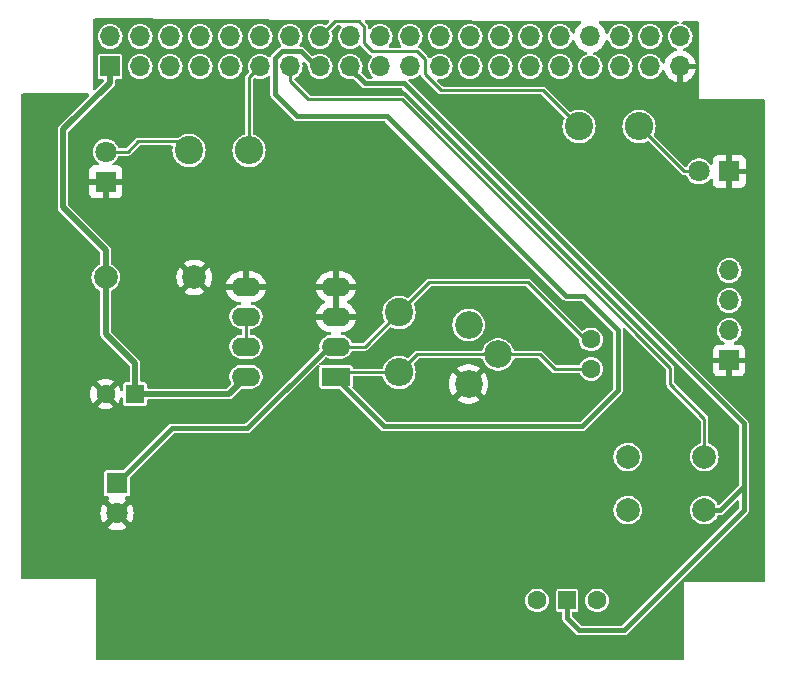
<source format=gtl>
%TF.GenerationSoftware,KiCad,Pcbnew,8.0.8*%
%TF.CreationDate,2025-03-21T11:13:22+02:00*%
%TF.ProjectId,Adacel,41646163-656c-42e6-9b69-6361645f7063,rev?*%
%TF.SameCoordinates,Original*%
%TF.FileFunction,Copper,L1,Top*%
%TF.FilePolarity,Positive*%
%FSLAX46Y46*%
G04 Gerber Fmt 4.6, Leading zero omitted, Abs format (unit mm)*
G04 Created by KiCad (PCBNEW 8.0.8) date 2025-03-21 11:13:22*
%MOMM*%
%LPD*%
G01*
G04 APERTURE LIST*
%TA.AperFunction,ComponentPad*%
%ADD10C,2.000000*%
%TD*%
%TA.AperFunction,ComponentPad*%
%ADD11R,1.700000X1.700000*%
%TD*%
%TA.AperFunction,ComponentPad*%
%ADD12O,1.700000X1.700000*%
%TD*%
%TA.AperFunction,ComponentPad*%
%ADD13R,1.800000X1.800000*%
%TD*%
%TA.AperFunction,ComponentPad*%
%ADD14C,1.800000*%
%TD*%
%TA.AperFunction,ComponentPad*%
%ADD15C,2.400000*%
%TD*%
%TA.AperFunction,ComponentPad*%
%ADD16O,2.400000X2.400000*%
%TD*%
%TA.AperFunction,ComponentPad*%
%ADD17C,1.600000*%
%TD*%
%TA.AperFunction,ComponentPad*%
%ADD18R,1.600000X1.600000*%
%TD*%
%TA.AperFunction,ComponentPad*%
%ADD19R,2.400000X1.600000*%
%TD*%
%TA.AperFunction,ComponentPad*%
%ADD20O,2.400000X1.600000*%
%TD*%
%TA.AperFunction,ComponentPad*%
%ADD21C,2.340000*%
%TD*%
%TA.AperFunction,ComponentPad*%
%ADD22R,1.500000X1.500000*%
%TD*%
%TA.AperFunction,Conductor*%
%ADD23C,0.254000*%
%TD*%
%TA.AperFunction,Conductor*%
%ADD24C,0.400000*%
%TD*%
%TA.AperFunction,Conductor*%
%ADD25C,0.500000*%
%TD*%
G04 APERTURE END LIST*
D10*
X108000000Y-66618000D03*
X115500000Y-66618000D03*
D11*
X160782000Y-73660000D03*
D12*
X160782000Y-71120000D03*
X160782000Y-68580000D03*
X160782000Y-66040000D03*
D13*
X108966000Y-84074000D03*
D14*
X108966000Y-86614000D03*
D15*
X115062000Y-55880000D03*
D16*
X120142000Y-55880000D03*
D13*
X160782000Y-57658000D03*
D14*
X158242000Y-57658000D03*
D17*
X149098000Y-71882000D03*
X149098000Y-74382000D03*
D13*
X108000000Y-58540000D03*
D14*
X108000000Y-56000000D03*
D18*
X110490000Y-76500000D03*
D17*
X107990000Y-76500000D03*
D19*
X127500000Y-75040000D03*
D20*
X127500000Y-72500000D03*
X127500000Y-69960000D03*
X127500000Y-67420000D03*
X119880000Y-67420000D03*
X119880000Y-69960000D03*
X119880000Y-72500000D03*
X119880000Y-75040000D03*
D15*
X132842000Y-69596000D03*
D16*
X132842000Y-74676000D03*
D21*
X138724000Y-70652000D03*
X141224000Y-73152000D03*
X138724000Y-75652000D03*
D17*
X144526000Y-93980000D03*
D22*
X147066000Y-93980000D03*
D17*
X149606000Y-93980000D03*
D10*
X158698000Y-86324000D03*
X152198000Y-86324000D03*
X158698000Y-81824000D03*
X152198000Y-81824000D03*
D15*
X148082000Y-53848000D03*
D16*
X153162000Y-53848000D03*
D11*
X108370000Y-48770000D03*
D12*
X108370000Y-46230000D03*
X110910000Y-48770000D03*
X110910000Y-46230000D03*
X113450000Y-48770000D03*
X113450000Y-46230000D03*
X115990000Y-48770000D03*
X115990000Y-46230000D03*
X118530000Y-48770000D03*
X118530000Y-46230000D03*
X121070000Y-48770000D03*
X121070000Y-46230000D03*
X123610000Y-48770000D03*
X123610000Y-46230000D03*
X126150000Y-48770000D03*
X126150000Y-46230000D03*
X128690000Y-48770000D03*
X128690000Y-46230000D03*
X131230000Y-48770000D03*
X131230000Y-46230000D03*
X133770000Y-48770000D03*
X133770000Y-46230000D03*
X136310000Y-48770000D03*
X136310000Y-46230000D03*
X138850000Y-48770000D03*
X138850000Y-46230000D03*
X141390000Y-48770000D03*
X141390000Y-46230000D03*
X143930000Y-48770000D03*
X143930000Y-46230000D03*
X146470000Y-48770000D03*
X146470000Y-46230000D03*
X149010000Y-48770000D03*
X149010000Y-46230000D03*
X151550000Y-48770000D03*
X151550000Y-46230000D03*
X154090000Y-48770000D03*
X154090000Y-46230000D03*
X156630000Y-48770000D03*
X156630000Y-46230000D03*
D23*
X123610000Y-50010000D02*
X123610000Y-48770000D01*
X125162000Y-51562000D02*
X123610000Y-50010000D01*
X155800000Y-75692000D02*
X155800000Y-74266000D01*
X158698000Y-78590000D02*
X155800000Y-75692000D01*
X133096000Y-51562000D02*
X125162000Y-51562000D01*
X158698000Y-81824000D02*
X158698000Y-78590000D01*
X155800000Y-74266000D02*
X133096000Y-51562000D01*
D24*
X147066000Y-95504000D02*
X147066000Y-93980000D01*
X148082000Y-96520000D02*
X147066000Y-95504000D01*
X162052000Y-78994000D02*
X162052000Y-86354000D01*
X151886000Y-96520000D02*
X148082000Y-96520000D01*
X133258000Y-50200000D02*
X162052000Y-78994000D01*
X128600000Y-48860000D02*
X129940000Y-50200000D01*
X129940000Y-50200000D02*
X133258000Y-50200000D01*
X162052000Y-86354000D02*
X151886000Y-96520000D01*
D23*
X119860000Y-67400000D02*
X119880000Y-67420000D01*
X127540000Y-70000000D02*
X127500000Y-69960000D01*
X121070000Y-48770000D02*
X120142000Y-49698000D01*
X120142000Y-49698000D02*
X120142000Y-55880000D01*
D24*
X124200000Y-53000000D02*
X131800000Y-53000000D01*
X127500000Y-75176000D02*
X127500000Y-75040000D01*
D23*
X127864000Y-74676000D02*
X127500000Y-75040000D01*
D24*
X148336000Y-79248000D02*
X131572000Y-79248000D01*
X151384000Y-71120000D02*
X151384000Y-76200000D01*
D23*
X127500000Y-75040000D02*
X128160000Y-75040000D01*
X146010000Y-74382000D02*
X149098000Y-74382000D01*
D24*
X122341537Y-48058463D02*
X122341537Y-51141537D01*
D23*
X127500000Y-75040000D02*
X127540000Y-75080000D01*
D24*
X124498000Y-47498000D02*
X122902000Y-47498000D01*
X148464000Y-68200000D02*
X151384000Y-71120000D01*
X131800000Y-53000000D02*
X147000000Y-68200000D01*
D23*
X141224000Y-73152000D02*
X144780000Y-73152000D01*
D24*
X147000000Y-68200000D02*
X148464000Y-68200000D01*
X151384000Y-76200000D02*
X148336000Y-79248000D01*
D23*
X132842000Y-74676000D02*
X134366000Y-73152000D01*
X149098000Y-73914000D02*
X149098000Y-74382000D01*
D24*
X126150000Y-48770000D02*
X125770000Y-48770000D01*
X122902000Y-47498000D02*
X122341537Y-48058463D01*
X122341537Y-51141537D02*
X124200000Y-53000000D01*
D23*
X134366000Y-73152000D02*
X141224000Y-73152000D01*
D24*
X125770000Y-48770000D02*
X124498000Y-47498000D01*
D23*
X144780000Y-73152000D02*
X146010000Y-74382000D01*
D24*
X131572000Y-79248000D02*
X127500000Y-75176000D01*
D23*
X132842000Y-74676000D02*
X127864000Y-74676000D01*
X148082000Y-53848000D02*
X145034000Y-50800000D01*
X129867000Y-46809000D02*
X129867000Y-45386735D01*
X135031784Y-49433784D02*
X135031784Y-48138519D01*
X130556000Y-47498000D02*
X129867000Y-46809000D01*
X129867000Y-45386735D02*
X129438265Y-44958000D01*
X134391265Y-47498000D02*
X130556000Y-47498000D01*
X127422000Y-44958000D02*
X126150000Y-46230000D01*
X145034000Y-50800000D02*
X136398000Y-50800000D01*
X135031784Y-48138519D02*
X134391265Y-47498000D01*
X136398000Y-50800000D02*
X135031784Y-49433784D01*
X129438265Y-44958000D02*
X127422000Y-44958000D01*
D24*
X113640000Y-79400000D02*
X108966000Y-84074000D01*
D23*
X143764000Y-67056000D02*
X135382000Y-67056000D01*
X129938000Y-72500000D02*
X127500000Y-72500000D01*
X149098000Y-71882000D02*
X148590000Y-71882000D01*
X135382000Y-67056000D02*
X132842000Y-69596000D01*
D24*
X119990000Y-79400000D02*
X113640000Y-79400000D01*
D23*
X132842000Y-69596000D02*
X129938000Y-72500000D01*
D24*
X126890000Y-72500000D02*
X119990000Y-79400000D01*
D23*
X148590000Y-71882000D02*
X143764000Y-67056000D01*
X148590000Y-72390000D02*
X149098000Y-71882000D01*
D24*
X127500000Y-72500000D02*
X126890000Y-72500000D01*
D23*
X158242000Y-57658000D02*
X156972000Y-57658000D01*
X156972000Y-57658000D02*
X153162000Y-53848000D01*
X119880000Y-69960000D02*
X119880000Y-72500000D01*
X110730000Y-55118000D02*
X109848000Y-56000000D01*
X114300000Y-55118000D02*
X110730000Y-55118000D01*
X109848000Y-56000000D02*
X108000000Y-56000000D01*
X115062000Y-55880000D02*
X114300000Y-55118000D01*
D25*
X104394000Y-60706000D02*
X108000000Y-64312000D01*
X108000000Y-64312000D02*
X108000000Y-66618000D01*
X104394000Y-54102000D02*
X104394000Y-60706000D01*
X108000000Y-71424000D02*
X110490000Y-73914000D01*
X108370000Y-48770000D02*
X108370000Y-50126000D01*
X110490000Y-76500000D02*
X118420000Y-76500000D01*
D24*
X158722000Y-86348000D02*
X158698000Y-86324000D01*
D25*
X108000000Y-66618000D02*
X108000000Y-71424000D01*
D24*
X162052000Y-84328000D02*
X160032000Y-86348000D01*
D25*
X108370000Y-50126000D02*
X104394000Y-54102000D01*
X110490000Y-73914000D02*
X110490000Y-76500000D01*
X118420000Y-76500000D02*
X119880000Y-75040000D01*
D24*
X160032000Y-86348000D02*
X158722000Y-86348000D01*
%TA.AperFunction,Conductor*%
G36*
X127750000Y-69644314D02*
G01*
X127745606Y-69639920D01*
X127654394Y-69587259D01*
X127552661Y-69560000D01*
X127447339Y-69560000D01*
X127345606Y-69587259D01*
X127254394Y-69639920D01*
X127250000Y-69644314D01*
X127250000Y-67735686D01*
X127254394Y-67740080D01*
X127345606Y-67792741D01*
X127447339Y-67820000D01*
X127552661Y-67820000D01*
X127654394Y-67792741D01*
X127745606Y-67740080D01*
X127750000Y-67735686D01*
X127750000Y-69644314D01*
G37*
%TD.AperFunction*%
%TA.AperFunction,Conductor*%
G36*
X126815677Y-44802424D02*
G01*
X126882615Y-44822439D01*
X126928108Y-44875469D01*
X126937709Y-44944675D01*
X126908370Y-45008087D01*
X126902741Y-45014102D01*
X126688994Y-45227849D01*
X126627671Y-45261334D01*
X126559801Y-45256480D01*
X126559784Y-45256537D01*
X126559534Y-45256461D01*
X126557979Y-45256350D01*
X126553981Y-45254776D01*
X126460624Y-45226457D01*
X126355934Y-45194700D01*
X126355932Y-45194699D01*
X126355934Y-45194699D01*
X126150000Y-45174417D01*
X125944067Y-45194699D01*
X125746043Y-45254769D01*
X125675586Y-45292430D01*
X125563550Y-45352315D01*
X125563548Y-45352316D01*
X125563547Y-45352317D01*
X125403589Y-45483589D01*
X125272317Y-45643547D01*
X125174769Y-45826043D01*
X125114699Y-46024067D01*
X125094417Y-46230000D01*
X125114699Y-46435932D01*
X125114700Y-46435934D01*
X125174768Y-46633954D01*
X125272315Y-46816450D01*
X125272317Y-46816452D01*
X125403589Y-46976410D01*
X125467492Y-47028853D01*
X125563550Y-47107685D01*
X125746046Y-47205232D01*
X125944066Y-47265300D01*
X125944065Y-47265300D01*
X125962529Y-47267118D01*
X126150000Y-47285583D01*
X126355934Y-47265300D01*
X126553954Y-47205232D01*
X126736450Y-47107685D01*
X126896410Y-46976410D01*
X127027685Y-46816450D01*
X127125232Y-46633954D01*
X127185300Y-46435934D01*
X127205583Y-46230000D01*
X127185300Y-46024066D01*
X127125232Y-45826046D01*
X127125230Y-45826043D01*
X127123463Y-45820216D01*
X127124595Y-45819872D01*
X127117802Y-45756667D01*
X127149077Y-45694188D01*
X127152150Y-45691004D01*
X127332905Y-45510250D01*
X127521336Y-45321819D01*
X127582659Y-45288334D01*
X127609017Y-45285500D01*
X127843982Y-45285500D01*
X127911021Y-45305185D01*
X127956776Y-45357989D01*
X127966720Y-45427147D01*
X127939836Y-45488164D01*
X127812317Y-45643547D01*
X127714769Y-45826043D01*
X127654699Y-46024067D01*
X127634417Y-46230000D01*
X127654699Y-46435932D01*
X127654700Y-46435934D01*
X127714768Y-46633954D01*
X127812315Y-46816450D01*
X127812317Y-46816452D01*
X127943589Y-46976410D01*
X128007492Y-47028853D01*
X128103550Y-47107685D01*
X128286046Y-47205232D01*
X128484066Y-47265300D01*
X128484065Y-47265300D01*
X128502529Y-47267118D01*
X128690000Y-47285583D01*
X128895934Y-47265300D01*
X129093954Y-47205232D01*
X129276450Y-47107685D01*
X129424918Y-46985841D01*
X129489226Y-46958529D01*
X129558093Y-46970320D01*
X129601956Y-47006207D01*
X129604933Y-47010087D01*
X129604935Y-47010090D01*
X130293935Y-47699090D01*
X130354910Y-47760065D01*
X130429590Y-47803181D01*
X130439580Y-47805857D01*
X130499239Y-47842219D01*
X130529770Y-47905064D01*
X130521478Y-47974440D01*
X130487847Y-48019232D01*
X130487897Y-48019282D01*
X130487549Y-48019629D01*
X130486161Y-48021479D01*
X130483590Y-48023588D01*
X130352317Y-48183547D01*
X130254769Y-48366043D01*
X130194699Y-48564067D01*
X130174417Y-48770000D01*
X130194699Y-48975932D01*
X130194700Y-48975934D01*
X130254768Y-49173954D01*
X130352315Y-49356450D01*
X130451165Y-49476900D01*
X130483590Y-49516410D01*
X130560644Y-49579647D01*
X130599978Y-49637392D01*
X130601849Y-49707237D01*
X130565662Y-49767005D01*
X130502906Y-49797721D01*
X130481979Y-49799500D01*
X130157255Y-49799500D01*
X130090216Y-49779815D01*
X130069574Y-49763181D01*
X129665860Y-49359467D01*
X129632375Y-49298144D01*
X129637359Y-49228452D01*
X129644184Y-49213331D01*
X129661932Y-49180127D01*
X129665232Y-49173954D01*
X129725300Y-48975934D01*
X129745583Y-48770000D01*
X129725300Y-48564066D01*
X129665232Y-48366046D01*
X129567685Y-48183550D01*
X129492897Y-48092420D01*
X129436410Y-48023589D01*
X129290536Y-47903875D01*
X129276450Y-47892315D01*
X129093954Y-47794768D01*
X128895934Y-47734700D01*
X128895932Y-47734699D01*
X128895934Y-47734699D01*
X128690000Y-47714417D01*
X128484067Y-47734699D01*
X128349736Y-47775448D01*
X128286050Y-47794767D01*
X128286043Y-47794769D01*
X128198114Y-47841769D01*
X128103550Y-47892315D01*
X128103548Y-47892316D01*
X128103547Y-47892317D01*
X127943589Y-48023589D01*
X127812317Y-48183547D01*
X127714769Y-48366043D01*
X127654699Y-48564067D01*
X127634417Y-48770000D01*
X127654699Y-48975932D01*
X127654700Y-48975934D01*
X127714768Y-49173954D01*
X127812315Y-49356450D01*
X127822037Y-49368296D01*
X127943589Y-49516410D01*
X128010826Y-49571589D01*
X128103550Y-49647685D01*
X128286046Y-49745232D01*
X128484066Y-49805300D01*
X128484065Y-49805300D01*
X128502529Y-49807118D01*
X128690000Y-49825583D01*
X128895934Y-49805300D01*
X128895943Y-49805297D01*
X128900123Y-49804466D01*
X128969715Y-49810687D01*
X129012007Y-49838400D01*
X129694087Y-50520480D01*
X129785412Y-50573207D01*
X129887273Y-50600500D01*
X133040745Y-50600500D01*
X133107784Y-50620185D01*
X133128426Y-50636819D01*
X161615181Y-79123574D01*
X161648666Y-79184897D01*
X161651500Y-79211255D01*
X161651500Y-84110745D01*
X161631815Y-84177784D01*
X161615181Y-84198426D01*
X159978299Y-85835307D01*
X159916976Y-85868792D01*
X159847284Y-85863808D01*
X159791351Y-85821936D01*
X159779618Y-85802898D01*
X159723061Y-85689316D01*
X159723056Y-85689308D01*
X159588979Y-85511761D01*
X159424562Y-85361876D01*
X159424560Y-85361874D01*
X159235404Y-85244754D01*
X159235398Y-85244752D01*
X159027940Y-85164382D01*
X158809243Y-85123500D01*
X158586757Y-85123500D01*
X158368060Y-85164382D01*
X158321339Y-85182482D01*
X158160601Y-85244752D01*
X158160595Y-85244754D01*
X157971439Y-85361874D01*
X157971437Y-85361876D01*
X157807020Y-85511761D01*
X157672943Y-85689308D01*
X157672938Y-85689316D01*
X157573775Y-85888461D01*
X157573769Y-85888476D01*
X157512885Y-86102462D01*
X157512884Y-86102464D01*
X157492357Y-86323999D01*
X157492357Y-86324000D01*
X157512884Y-86545535D01*
X157512885Y-86545537D01*
X157573769Y-86759523D01*
X157573775Y-86759538D01*
X157672938Y-86958683D01*
X157672943Y-86958691D01*
X157807020Y-87136238D01*
X157971437Y-87286123D01*
X157971439Y-87286125D01*
X158160595Y-87403245D01*
X158160596Y-87403245D01*
X158160599Y-87403247D01*
X158368060Y-87483618D01*
X158586757Y-87524500D01*
X158586759Y-87524500D01*
X158809241Y-87524500D01*
X158809243Y-87524500D01*
X159027940Y-87483618D01*
X159235401Y-87403247D01*
X159424562Y-87286124D01*
X159588981Y-87136236D01*
X159723058Y-86958689D01*
X159793498Y-86817228D01*
X159841001Y-86765991D01*
X159904498Y-86748500D01*
X160084725Y-86748500D01*
X160084727Y-86748500D01*
X160186588Y-86721207D01*
X160277913Y-86668480D01*
X161439819Y-85506574D01*
X161501142Y-85473089D01*
X161570834Y-85478073D01*
X161626767Y-85519945D01*
X161651184Y-85585409D01*
X161651500Y-85594255D01*
X161651500Y-86136745D01*
X161631815Y-86203784D01*
X161615181Y-86224426D01*
X151756426Y-96083181D01*
X151695103Y-96116666D01*
X151668745Y-96119500D01*
X148299255Y-96119500D01*
X148232216Y-96099815D01*
X148211574Y-96083181D01*
X147502819Y-95374426D01*
X147469334Y-95313103D01*
X147466500Y-95286745D01*
X147466500Y-95054500D01*
X147486185Y-94987461D01*
X147538989Y-94941706D01*
X147590500Y-94930500D01*
X147835750Y-94930500D01*
X147835751Y-94930499D01*
X147850568Y-94927552D01*
X147894229Y-94918868D01*
X147894229Y-94918867D01*
X147894231Y-94918867D01*
X147960552Y-94874552D01*
X148004867Y-94808231D01*
X148004867Y-94808229D01*
X148004868Y-94808229D01*
X148016499Y-94749752D01*
X148016500Y-94749750D01*
X148016500Y-93980000D01*
X148600659Y-93980000D01*
X148619975Y-94176129D01*
X148677188Y-94364733D01*
X148770086Y-94538532D01*
X148770090Y-94538539D01*
X148895116Y-94690883D01*
X149047460Y-94815909D01*
X149047467Y-94815913D01*
X149221266Y-94908811D01*
X149221269Y-94908811D01*
X149221273Y-94908814D01*
X149409868Y-94966024D01*
X149606000Y-94985341D01*
X149802132Y-94966024D01*
X149990727Y-94908814D01*
X150164538Y-94815910D01*
X150316883Y-94690883D01*
X150441910Y-94538538D01*
X150534814Y-94364727D01*
X150592024Y-94176132D01*
X150611341Y-93980000D01*
X150592024Y-93783868D01*
X150534814Y-93595273D01*
X150534811Y-93595269D01*
X150534811Y-93595266D01*
X150441913Y-93421467D01*
X150441909Y-93421460D01*
X150316883Y-93269116D01*
X150164539Y-93144090D01*
X150164532Y-93144086D01*
X149990733Y-93051188D01*
X149990727Y-93051186D01*
X149802132Y-92993976D01*
X149802129Y-92993975D01*
X149606000Y-92974659D01*
X149409870Y-92993975D01*
X149221266Y-93051188D01*
X149047467Y-93144086D01*
X149047460Y-93144090D01*
X148895116Y-93269116D01*
X148770090Y-93421460D01*
X148770086Y-93421467D01*
X148677188Y-93595266D01*
X148619975Y-93783870D01*
X148600659Y-93980000D01*
X148016500Y-93980000D01*
X148016500Y-93210249D01*
X148016499Y-93210247D01*
X148004868Y-93151770D01*
X148004867Y-93151769D01*
X147960552Y-93085447D01*
X147894230Y-93041132D01*
X147894229Y-93041131D01*
X147835752Y-93029500D01*
X147835748Y-93029500D01*
X146296252Y-93029500D01*
X146296247Y-93029500D01*
X146237770Y-93041131D01*
X146237769Y-93041132D01*
X146171447Y-93085447D01*
X146127132Y-93151769D01*
X146127131Y-93151770D01*
X146115500Y-93210247D01*
X146115500Y-94749752D01*
X146127131Y-94808229D01*
X146127132Y-94808230D01*
X146171447Y-94874552D01*
X146237769Y-94918867D01*
X146237770Y-94918868D01*
X146296247Y-94930499D01*
X146296250Y-94930500D01*
X146296252Y-94930500D01*
X146541500Y-94930500D01*
X146608539Y-94950185D01*
X146654294Y-95002989D01*
X146665500Y-95054500D01*
X146665500Y-95556726D01*
X146692793Y-95658589D01*
X146719156Y-95704250D01*
X146745520Y-95749913D01*
X147836087Y-96840480D01*
X147927412Y-96893207D01*
X148029273Y-96920500D01*
X148029275Y-96920500D01*
X151938725Y-96920500D01*
X151938727Y-96920500D01*
X152040588Y-96893207D01*
X152131913Y-96840480D01*
X162372480Y-86599913D01*
X162425207Y-86508588D01*
X162452500Y-86406727D01*
X162452500Y-86301273D01*
X162452500Y-78941273D01*
X162425207Y-78839413D01*
X162372480Y-78748087D01*
X162297913Y-78673520D01*
X156386548Y-72762155D01*
X159432000Y-72762155D01*
X159432000Y-73410000D01*
X160348988Y-73410000D01*
X160316075Y-73467007D01*
X160282000Y-73594174D01*
X160282000Y-73725826D01*
X160316075Y-73852993D01*
X160348988Y-73910000D01*
X159432000Y-73910000D01*
X159432000Y-74557844D01*
X159438401Y-74617372D01*
X159438403Y-74617379D01*
X159488645Y-74752086D01*
X159488649Y-74752093D01*
X159574809Y-74867187D01*
X159574812Y-74867190D01*
X159689906Y-74953350D01*
X159689913Y-74953354D01*
X159824620Y-75003596D01*
X159824627Y-75003598D01*
X159884155Y-75009999D01*
X159884172Y-75010000D01*
X160532000Y-75010000D01*
X160532000Y-74093012D01*
X160589007Y-74125925D01*
X160716174Y-74160000D01*
X160847826Y-74160000D01*
X160974993Y-74125925D01*
X161032000Y-74093012D01*
X161032000Y-75010000D01*
X161679828Y-75010000D01*
X161679844Y-75009999D01*
X161739372Y-75003598D01*
X161739379Y-75003596D01*
X161874086Y-74953354D01*
X161874093Y-74953350D01*
X161989187Y-74867190D01*
X161989190Y-74867187D01*
X162075350Y-74752093D01*
X162075354Y-74752086D01*
X162125596Y-74617379D01*
X162125598Y-74617372D01*
X162131999Y-74557844D01*
X162132000Y-74557827D01*
X162132000Y-73910000D01*
X161215012Y-73910000D01*
X161247925Y-73852993D01*
X161282000Y-73725826D01*
X161282000Y-73594174D01*
X161247925Y-73467007D01*
X161215012Y-73410000D01*
X162132000Y-73410000D01*
X162132000Y-72762172D01*
X162131999Y-72762155D01*
X162125598Y-72702627D01*
X162125596Y-72702620D01*
X162075354Y-72567913D01*
X162075350Y-72567906D01*
X161989190Y-72452812D01*
X161989187Y-72452809D01*
X161874093Y-72366649D01*
X161874086Y-72366645D01*
X161739379Y-72316403D01*
X161739372Y-72316401D01*
X161679844Y-72310000D01*
X161279187Y-72310000D01*
X161212148Y-72290315D01*
X161166393Y-72237511D01*
X161156449Y-72168353D01*
X161185474Y-72104797D01*
X161220733Y-72076642D01*
X161368450Y-71997685D01*
X161528410Y-71866410D01*
X161659685Y-71706450D01*
X161757232Y-71523954D01*
X161817300Y-71325934D01*
X161837583Y-71120000D01*
X161817300Y-70914066D01*
X161757232Y-70716046D01*
X161659685Y-70533550D01*
X161598528Y-70459029D01*
X161528410Y-70373589D01*
X161395907Y-70264848D01*
X161368450Y-70242315D01*
X161185954Y-70144768D01*
X160987934Y-70084700D01*
X160987932Y-70084699D01*
X160987934Y-70084699D01*
X160782000Y-70064417D01*
X160576067Y-70084699D01*
X160378043Y-70144769D01*
X160267898Y-70203643D01*
X160195550Y-70242315D01*
X160195548Y-70242316D01*
X160195547Y-70242317D01*
X160035589Y-70373589D01*
X159904317Y-70533547D01*
X159806769Y-70716043D01*
X159806768Y-70716045D01*
X159806768Y-70716046D01*
X159800370Y-70737139D01*
X159746699Y-70914067D01*
X159726417Y-71120000D01*
X159746699Y-71325932D01*
X159771856Y-71408864D01*
X159806768Y-71523954D01*
X159904315Y-71706450D01*
X159904317Y-71706452D01*
X160035589Y-71866410D01*
X160090373Y-71911369D01*
X160195550Y-71997685D01*
X160343267Y-72076642D01*
X160393111Y-72125605D01*
X160408571Y-72193743D01*
X160384739Y-72259422D01*
X160329181Y-72301791D01*
X160284813Y-72310000D01*
X159884155Y-72310000D01*
X159824627Y-72316401D01*
X159824620Y-72316403D01*
X159689913Y-72366645D01*
X159689906Y-72366649D01*
X159574812Y-72452809D01*
X159574809Y-72452812D01*
X159488649Y-72567906D01*
X159488645Y-72567913D01*
X159438403Y-72702620D01*
X159438401Y-72702627D01*
X159432000Y-72762155D01*
X156386548Y-72762155D01*
X152204393Y-68580000D01*
X159726417Y-68580000D01*
X159746699Y-68785932D01*
X159771856Y-68868864D01*
X159806768Y-68983954D01*
X159904315Y-69166450D01*
X159904317Y-69166452D01*
X160035589Y-69326410D01*
X160116281Y-69392631D01*
X160195550Y-69457685D01*
X160378046Y-69555232D01*
X160576066Y-69615300D01*
X160576065Y-69615300D01*
X160594529Y-69617118D01*
X160782000Y-69635583D01*
X160987934Y-69615300D01*
X161185954Y-69555232D01*
X161368450Y-69457685D01*
X161528410Y-69326410D01*
X161659685Y-69166450D01*
X161757232Y-68983954D01*
X161817300Y-68785934D01*
X161837583Y-68580000D01*
X161817300Y-68374066D01*
X161757232Y-68176046D01*
X161659685Y-67993550D01*
X161564903Y-67878057D01*
X161528410Y-67833589D01*
X161403296Y-67730912D01*
X161368450Y-67702315D01*
X161185954Y-67604768D01*
X160987934Y-67544700D01*
X160987932Y-67544699D01*
X160987934Y-67544699D01*
X160782000Y-67524417D01*
X160576067Y-67544699D01*
X160400692Y-67597898D01*
X160388154Y-67601702D01*
X160378043Y-67604769D01*
X160269056Y-67663025D01*
X160195550Y-67702315D01*
X160195548Y-67702316D01*
X160195547Y-67702317D01*
X160035589Y-67833589D01*
X159904317Y-67993547D01*
X159904315Y-67993550D01*
X159865643Y-68065898D01*
X159806769Y-68176043D01*
X159746699Y-68374067D01*
X159726417Y-68580000D01*
X152204393Y-68580000D01*
X149664393Y-66040000D01*
X159726417Y-66040000D01*
X159746699Y-66245932D01*
X159746700Y-66245934D01*
X159806768Y-66443954D01*
X159904315Y-66626450D01*
X159904317Y-66626452D01*
X160035589Y-66786410D01*
X160132209Y-66865702D01*
X160195550Y-66917685D01*
X160378046Y-67015232D01*
X160576066Y-67075300D01*
X160576065Y-67075300D01*
X160594529Y-67077118D01*
X160782000Y-67095583D01*
X160987934Y-67075300D01*
X161185954Y-67015232D01*
X161368450Y-66917685D01*
X161528410Y-66786410D01*
X161659685Y-66626450D01*
X161757232Y-66443954D01*
X161817300Y-66245934D01*
X161837583Y-66040000D01*
X161817300Y-65834066D01*
X161757232Y-65636046D01*
X161659685Y-65453550D01*
X161581223Y-65357943D01*
X161528410Y-65293589D01*
X161368452Y-65162317D01*
X161368453Y-65162317D01*
X161368450Y-65162315D01*
X161185954Y-65064768D01*
X160987934Y-65004700D01*
X160987932Y-65004699D01*
X160987934Y-65004699D01*
X160782000Y-64984417D01*
X160576067Y-65004699D01*
X160378043Y-65064769D01*
X160278457Y-65118000D01*
X160195550Y-65162315D01*
X160195548Y-65162316D01*
X160195547Y-65162317D01*
X160035589Y-65293589D01*
X159904317Y-65453547D01*
X159806769Y-65636043D01*
X159746699Y-65834067D01*
X159726417Y-66040000D01*
X149664393Y-66040000D01*
X133660065Y-50035672D01*
X133626580Y-49974349D01*
X133631564Y-49904657D01*
X133673436Y-49848724D01*
X133738900Y-49824307D01*
X133759897Y-49824587D01*
X133770000Y-49825583D01*
X133975934Y-49805300D01*
X134173954Y-49745232D01*
X134356450Y-49647685D01*
X134516410Y-49516410D01*
X134516411Y-49516408D01*
X134516413Y-49516407D01*
X134520718Y-49512103D01*
X134522682Y-49514067D01*
X134570493Y-49481423D01*
X134640336Y-49479477D01*
X134700143Y-49515599D01*
X134721052Y-49553698D01*
X134723494Y-49552687D01*
X134726603Y-49560194D01*
X134769719Y-49634874D01*
X136196910Y-51062065D01*
X136271590Y-51105181D01*
X136354884Y-51127500D01*
X136441116Y-51127500D01*
X144846983Y-51127500D01*
X144914022Y-51147185D01*
X144934664Y-51163819D01*
X146817854Y-53047009D01*
X146851339Y-53108332D01*
X146846355Y-53178024D01*
X146843729Y-53184500D01*
X146752842Y-53391699D01*
X146695866Y-53616691D01*
X146695864Y-53616702D01*
X146676700Y-53847993D01*
X146676700Y-53848006D01*
X146695864Y-54079297D01*
X146695866Y-54079308D01*
X146752842Y-54304300D01*
X146846075Y-54516848D01*
X146973016Y-54711147D01*
X146973019Y-54711151D01*
X146973021Y-54711153D01*
X147130216Y-54881913D01*
X147130219Y-54881915D01*
X147130222Y-54881918D01*
X147313365Y-55024464D01*
X147313371Y-55024468D01*
X147313374Y-55024470D01*
X147517497Y-55134936D01*
X147631487Y-55174068D01*
X147737015Y-55210297D01*
X147737017Y-55210297D01*
X147737019Y-55210298D01*
X147965951Y-55248500D01*
X147965952Y-55248500D01*
X148198048Y-55248500D01*
X148198049Y-55248500D01*
X148426981Y-55210298D01*
X148646503Y-55134936D01*
X148850626Y-55024470D01*
X148868380Y-55010652D01*
X149011188Y-54899500D01*
X149033784Y-54881913D01*
X149190979Y-54711153D01*
X149317924Y-54516849D01*
X149411157Y-54304300D01*
X149468134Y-54079305D01*
X149471168Y-54042691D01*
X149487300Y-53848006D01*
X149487300Y-53847993D01*
X151756700Y-53847993D01*
X151756700Y-53848006D01*
X151775864Y-54079297D01*
X151775866Y-54079308D01*
X151832842Y-54304300D01*
X151926075Y-54516848D01*
X152053016Y-54711147D01*
X152053019Y-54711151D01*
X152053021Y-54711153D01*
X152210216Y-54881913D01*
X152210219Y-54881915D01*
X152210222Y-54881918D01*
X152393365Y-55024464D01*
X152393371Y-55024468D01*
X152393374Y-55024470D01*
X152597497Y-55134936D01*
X152711487Y-55174068D01*
X152817015Y-55210297D01*
X152817017Y-55210297D01*
X152817019Y-55210298D01*
X153045951Y-55248500D01*
X153045952Y-55248500D01*
X153278048Y-55248500D01*
X153278049Y-55248500D01*
X153506981Y-55210298D01*
X153726503Y-55134936D01*
X153813419Y-55087898D01*
X153881748Y-55073304D01*
X153947120Y-55097967D01*
X153960118Y-55109273D01*
X156770910Y-57920065D01*
X156845590Y-57963181D01*
X156928884Y-57985500D01*
X157015116Y-57985500D01*
X157098913Y-57985500D01*
X157165952Y-58005185D01*
X157209913Y-58054229D01*
X157302325Y-58239819D01*
X157425237Y-58402581D01*
X157575958Y-58539980D01*
X157575960Y-58539982D01*
X157671672Y-58599244D01*
X157749363Y-58647348D01*
X157939544Y-58721024D01*
X158140024Y-58758500D01*
X158140026Y-58758500D01*
X158343974Y-58758500D01*
X158343976Y-58758500D01*
X158544456Y-58721024D01*
X158734637Y-58647348D01*
X158908041Y-58539981D01*
X159058764Y-58402579D01*
X159159046Y-58269783D01*
X159215155Y-58228148D01*
X159284867Y-58223457D01*
X159346049Y-58257199D01*
X159379276Y-58318662D01*
X159382000Y-58344511D01*
X159382000Y-58605844D01*
X159388401Y-58665372D01*
X159388403Y-58665379D01*
X159438645Y-58800086D01*
X159438649Y-58800093D01*
X159524809Y-58915187D01*
X159524812Y-58915190D01*
X159639906Y-59001350D01*
X159639913Y-59001354D01*
X159774620Y-59051596D01*
X159774627Y-59051598D01*
X159834155Y-59057999D01*
X159834172Y-59058000D01*
X160532000Y-59058000D01*
X160532000Y-58033277D01*
X160608306Y-58077333D01*
X160722756Y-58108000D01*
X160841244Y-58108000D01*
X160955694Y-58077333D01*
X161032000Y-58033277D01*
X161032000Y-59058000D01*
X161729828Y-59058000D01*
X161729844Y-59057999D01*
X161789372Y-59051598D01*
X161789379Y-59051596D01*
X161924086Y-59001354D01*
X161924093Y-59001350D01*
X162039187Y-58915190D01*
X162039190Y-58915187D01*
X162125350Y-58800093D01*
X162125354Y-58800086D01*
X162175596Y-58665379D01*
X162175598Y-58665372D01*
X162181999Y-58605844D01*
X162182000Y-58605827D01*
X162182000Y-57908000D01*
X161157278Y-57908000D01*
X161201333Y-57831694D01*
X161232000Y-57717244D01*
X161232000Y-57598756D01*
X161201333Y-57484306D01*
X161157278Y-57408000D01*
X162182000Y-57408000D01*
X162182000Y-56710172D01*
X162181999Y-56710155D01*
X162175598Y-56650627D01*
X162175596Y-56650620D01*
X162125354Y-56515913D01*
X162125350Y-56515906D01*
X162039190Y-56400812D01*
X162039187Y-56400809D01*
X161924093Y-56314649D01*
X161924086Y-56314645D01*
X161789379Y-56264403D01*
X161789372Y-56264401D01*
X161729844Y-56258000D01*
X161032000Y-56258000D01*
X161032000Y-57282722D01*
X160955694Y-57238667D01*
X160841244Y-57208000D01*
X160722756Y-57208000D01*
X160608306Y-57238667D01*
X160532000Y-57282722D01*
X160532000Y-56258000D01*
X159834155Y-56258000D01*
X159774627Y-56264401D01*
X159774620Y-56264403D01*
X159639913Y-56314645D01*
X159639906Y-56314649D01*
X159524812Y-56400809D01*
X159524809Y-56400812D01*
X159438649Y-56515906D01*
X159438645Y-56515913D01*
X159388403Y-56650620D01*
X159388401Y-56650627D01*
X159382000Y-56710155D01*
X159382000Y-56971488D01*
X159362315Y-57038527D01*
X159309511Y-57084282D01*
X159240353Y-57094226D01*
X159176797Y-57065201D01*
X159159046Y-57046215D01*
X159059137Y-56913915D01*
X159058764Y-56913421D01*
X158908041Y-56776019D01*
X158908039Y-56776017D01*
X158734642Y-56668655D01*
X158734635Y-56668651D01*
X158639546Y-56631814D01*
X158544456Y-56594976D01*
X158343976Y-56557500D01*
X158140024Y-56557500D01*
X157939544Y-56594976D01*
X157939541Y-56594976D01*
X157939541Y-56594977D01*
X157749364Y-56668651D01*
X157749357Y-56668655D01*
X157575960Y-56776017D01*
X157575958Y-56776019D01*
X157425237Y-56913418D01*
X157302327Y-57076178D01*
X157229892Y-57221647D01*
X157182389Y-57272884D01*
X157114726Y-57290305D01*
X157048386Y-57268379D01*
X157031211Y-57254056D01*
X154426145Y-54648990D01*
X154392660Y-54587667D01*
X154397644Y-54517975D01*
X154400255Y-54511533D01*
X154491157Y-54304300D01*
X154548134Y-54079305D01*
X154551168Y-54042691D01*
X154567300Y-53848006D01*
X154567300Y-53847993D01*
X154548135Y-53616702D01*
X154548133Y-53616691D01*
X154491157Y-53391699D01*
X154397924Y-53179151D01*
X154270983Y-52984852D01*
X154270980Y-52984849D01*
X154270979Y-52984847D01*
X154113784Y-52814087D01*
X154113779Y-52814083D01*
X154113777Y-52814081D01*
X153930634Y-52671535D01*
X153930628Y-52671531D01*
X153726504Y-52561064D01*
X153726495Y-52561061D01*
X153506984Y-52485702D01*
X153335282Y-52457050D01*
X153278049Y-52447500D01*
X153045951Y-52447500D01*
X153000164Y-52455140D01*
X152817015Y-52485702D01*
X152597504Y-52561061D01*
X152597495Y-52561064D01*
X152393371Y-52671531D01*
X152393365Y-52671535D01*
X152210222Y-52814081D01*
X152210219Y-52814084D01*
X152053016Y-52984852D01*
X151926075Y-53179151D01*
X151832842Y-53391699D01*
X151775866Y-53616691D01*
X151775864Y-53616702D01*
X151756700Y-53847993D01*
X149487300Y-53847993D01*
X149468135Y-53616702D01*
X149468133Y-53616691D01*
X149411157Y-53391699D01*
X149317924Y-53179151D01*
X149190983Y-52984852D01*
X149190980Y-52984849D01*
X149190979Y-52984847D01*
X149033784Y-52814087D01*
X149033779Y-52814083D01*
X149033777Y-52814081D01*
X148850634Y-52671535D01*
X148850628Y-52671531D01*
X148646504Y-52561064D01*
X148646495Y-52561061D01*
X148426984Y-52485702D01*
X148255282Y-52457050D01*
X148198049Y-52447500D01*
X147965951Y-52447500D01*
X147920164Y-52455140D01*
X147737015Y-52485702D01*
X147517505Y-52561061D01*
X147517495Y-52561065D01*
X147430578Y-52608101D01*
X147362249Y-52622695D01*
X147296877Y-52598031D01*
X147283881Y-52586726D01*
X145235091Y-50537936D01*
X145235090Y-50537935D01*
X145160410Y-50494819D01*
X145160411Y-50494819D01*
X145132645Y-50487379D01*
X145077116Y-50472500D01*
X145077114Y-50472500D01*
X136585017Y-50472500D01*
X136517978Y-50452815D01*
X136497336Y-50436181D01*
X136085548Y-50024393D01*
X136052063Y-49963070D01*
X136057047Y-49893378D01*
X136098919Y-49837445D01*
X136164383Y-49813028D01*
X136185381Y-49813308D01*
X136310000Y-49825583D01*
X136515934Y-49805300D01*
X136713954Y-49745232D01*
X136896450Y-49647685D01*
X137056410Y-49516410D01*
X137187685Y-49356450D01*
X137285232Y-49173954D01*
X137345300Y-48975934D01*
X137365583Y-48770000D01*
X137794417Y-48770000D01*
X137814699Y-48975932D01*
X137814700Y-48975934D01*
X137874768Y-49173954D01*
X137972315Y-49356450D01*
X137982037Y-49368296D01*
X138103589Y-49516410D01*
X138170826Y-49571589D01*
X138263550Y-49647685D01*
X138446046Y-49745232D01*
X138644066Y-49805300D01*
X138644065Y-49805300D01*
X138662529Y-49807118D01*
X138850000Y-49825583D01*
X139055934Y-49805300D01*
X139253954Y-49745232D01*
X139436450Y-49647685D01*
X139596410Y-49516410D01*
X139727685Y-49356450D01*
X139825232Y-49173954D01*
X139885300Y-48975934D01*
X139905583Y-48770000D01*
X140334417Y-48770000D01*
X140354699Y-48975932D01*
X140354700Y-48975934D01*
X140414768Y-49173954D01*
X140512315Y-49356450D01*
X140522037Y-49368296D01*
X140643589Y-49516410D01*
X140710826Y-49571589D01*
X140803550Y-49647685D01*
X140986046Y-49745232D01*
X141184066Y-49805300D01*
X141184065Y-49805300D01*
X141202529Y-49807118D01*
X141390000Y-49825583D01*
X141595934Y-49805300D01*
X141793954Y-49745232D01*
X141976450Y-49647685D01*
X142136410Y-49516410D01*
X142267685Y-49356450D01*
X142365232Y-49173954D01*
X142425300Y-48975934D01*
X142445583Y-48770000D01*
X142874417Y-48770000D01*
X142894699Y-48975932D01*
X142894700Y-48975934D01*
X142954768Y-49173954D01*
X143052315Y-49356450D01*
X143062037Y-49368296D01*
X143183589Y-49516410D01*
X143250826Y-49571589D01*
X143343550Y-49647685D01*
X143526046Y-49745232D01*
X143724066Y-49805300D01*
X143724065Y-49805300D01*
X143742529Y-49807118D01*
X143930000Y-49825583D01*
X144135934Y-49805300D01*
X144333954Y-49745232D01*
X144516450Y-49647685D01*
X144676410Y-49516410D01*
X144807685Y-49356450D01*
X144905232Y-49173954D01*
X144965300Y-48975934D01*
X144985583Y-48770000D01*
X145414417Y-48770000D01*
X145434699Y-48975932D01*
X145434700Y-48975934D01*
X145494768Y-49173954D01*
X145592315Y-49356450D01*
X145602037Y-49368296D01*
X145723589Y-49516410D01*
X145790826Y-49571589D01*
X145883550Y-49647685D01*
X146066046Y-49745232D01*
X146264066Y-49805300D01*
X146264065Y-49805300D01*
X146282529Y-49807118D01*
X146470000Y-49825583D01*
X146675934Y-49805300D01*
X146873954Y-49745232D01*
X147056450Y-49647685D01*
X147216410Y-49516410D01*
X147347685Y-49356450D01*
X147445232Y-49173954D01*
X147505300Y-48975934D01*
X147525583Y-48770000D01*
X147505300Y-48564066D01*
X147445232Y-48366046D01*
X147347685Y-48183550D01*
X147272897Y-48092420D01*
X147216410Y-48023589D01*
X147070536Y-47903875D01*
X147056450Y-47892315D01*
X146873954Y-47794768D01*
X146675934Y-47734700D01*
X146675932Y-47734699D01*
X146675934Y-47734699D01*
X146470000Y-47714417D01*
X146264067Y-47734699D01*
X146129736Y-47775448D01*
X146066050Y-47794767D01*
X146066043Y-47794769D01*
X145978114Y-47841769D01*
X145883550Y-47892315D01*
X145883548Y-47892316D01*
X145883547Y-47892317D01*
X145723589Y-48023589D01*
X145592317Y-48183547D01*
X145494769Y-48366043D01*
X145434699Y-48564067D01*
X145414417Y-48770000D01*
X144985583Y-48770000D01*
X144965300Y-48564066D01*
X144905232Y-48366046D01*
X144807685Y-48183550D01*
X144732897Y-48092420D01*
X144676410Y-48023589D01*
X144530536Y-47903875D01*
X144516450Y-47892315D01*
X144333954Y-47794768D01*
X144135934Y-47734700D01*
X144135932Y-47734699D01*
X144135934Y-47734699D01*
X143930000Y-47714417D01*
X143724067Y-47734699D01*
X143589736Y-47775448D01*
X143526050Y-47794767D01*
X143526043Y-47794769D01*
X143438114Y-47841769D01*
X143343550Y-47892315D01*
X143343548Y-47892316D01*
X143343547Y-47892317D01*
X143183589Y-48023589D01*
X143052317Y-48183547D01*
X142954769Y-48366043D01*
X142894699Y-48564067D01*
X142874417Y-48770000D01*
X142445583Y-48770000D01*
X142425300Y-48564066D01*
X142365232Y-48366046D01*
X142267685Y-48183550D01*
X142192897Y-48092420D01*
X142136410Y-48023589D01*
X141990536Y-47903875D01*
X141976450Y-47892315D01*
X141793954Y-47794768D01*
X141595934Y-47734700D01*
X141595932Y-47734699D01*
X141595934Y-47734699D01*
X141390000Y-47714417D01*
X141184067Y-47734699D01*
X141049736Y-47775448D01*
X140986050Y-47794767D01*
X140986043Y-47794769D01*
X140898114Y-47841769D01*
X140803550Y-47892315D01*
X140803548Y-47892316D01*
X140803547Y-47892317D01*
X140643589Y-48023589D01*
X140512317Y-48183547D01*
X140414769Y-48366043D01*
X140354699Y-48564067D01*
X140334417Y-48770000D01*
X139905583Y-48770000D01*
X139885300Y-48564066D01*
X139825232Y-48366046D01*
X139727685Y-48183550D01*
X139652897Y-48092420D01*
X139596410Y-48023589D01*
X139450536Y-47903875D01*
X139436450Y-47892315D01*
X139253954Y-47794768D01*
X139055934Y-47734700D01*
X139055932Y-47734699D01*
X139055934Y-47734699D01*
X138850000Y-47714417D01*
X138644067Y-47734699D01*
X138509736Y-47775448D01*
X138446050Y-47794767D01*
X138446043Y-47794769D01*
X138358114Y-47841769D01*
X138263550Y-47892315D01*
X138263548Y-47892316D01*
X138263547Y-47892317D01*
X138103589Y-48023589D01*
X137972317Y-48183547D01*
X137874769Y-48366043D01*
X137814699Y-48564067D01*
X137794417Y-48770000D01*
X137365583Y-48770000D01*
X137345300Y-48564066D01*
X137285232Y-48366046D01*
X137187685Y-48183550D01*
X137112897Y-48092420D01*
X137056410Y-48023589D01*
X136910536Y-47903875D01*
X136896450Y-47892315D01*
X136713954Y-47794768D01*
X136515934Y-47734700D01*
X136515932Y-47734699D01*
X136515934Y-47734699D01*
X136310000Y-47714417D01*
X136104067Y-47734699D01*
X135969736Y-47775448D01*
X135906050Y-47794767D01*
X135906043Y-47794769D01*
X135818114Y-47841769D01*
X135723550Y-47892315D01*
X135723548Y-47892316D01*
X135723547Y-47892317D01*
X135563587Y-48023591D01*
X135547382Y-48043337D01*
X135489635Y-48082670D01*
X135419791Y-48084539D01*
X135360023Y-48048350D01*
X135341330Y-48018972D01*
X135341028Y-48019147D01*
X135336976Y-48012129D01*
X135336966Y-48012113D01*
X135336965Y-48012109D01*
X135293849Y-47937429D01*
X135232874Y-47876454D01*
X134592355Y-47235935D01*
X134592354Y-47235934D01*
X134566682Y-47221113D01*
X134517675Y-47192819D01*
X134517672Y-47192818D01*
X134517296Y-47192601D01*
X134469080Y-47142034D01*
X134455856Y-47073428D01*
X134481824Y-47008562D01*
X134500633Y-46989358D01*
X134516409Y-46976411D01*
X134531084Y-46958529D01*
X134647685Y-46816450D01*
X134745232Y-46633954D01*
X134805300Y-46435934D01*
X134825583Y-46230000D01*
X135254417Y-46230000D01*
X135274699Y-46435932D01*
X135274700Y-46435934D01*
X135334768Y-46633954D01*
X135432315Y-46816450D01*
X135432317Y-46816452D01*
X135563589Y-46976410D01*
X135627492Y-47028853D01*
X135723550Y-47107685D01*
X135906046Y-47205232D01*
X136104066Y-47265300D01*
X136104065Y-47265300D01*
X136122529Y-47267118D01*
X136310000Y-47285583D01*
X136515934Y-47265300D01*
X136713954Y-47205232D01*
X136896450Y-47107685D01*
X137056410Y-46976410D01*
X137187685Y-46816450D01*
X137285232Y-46633954D01*
X137345300Y-46435934D01*
X137365583Y-46230000D01*
X137794417Y-46230000D01*
X137814699Y-46435932D01*
X137814700Y-46435934D01*
X137874768Y-46633954D01*
X137972315Y-46816450D01*
X137972317Y-46816452D01*
X138103589Y-46976410D01*
X138167492Y-47028853D01*
X138263550Y-47107685D01*
X138446046Y-47205232D01*
X138644066Y-47265300D01*
X138644065Y-47265300D01*
X138662529Y-47267118D01*
X138850000Y-47285583D01*
X139055934Y-47265300D01*
X139253954Y-47205232D01*
X139436450Y-47107685D01*
X139596410Y-46976410D01*
X139727685Y-46816450D01*
X139825232Y-46633954D01*
X139885300Y-46435934D01*
X139905583Y-46230000D01*
X140334417Y-46230000D01*
X140354699Y-46435932D01*
X140354700Y-46435934D01*
X140414768Y-46633954D01*
X140512315Y-46816450D01*
X140512317Y-46816452D01*
X140643589Y-46976410D01*
X140707492Y-47028853D01*
X140803550Y-47107685D01*
X140986046Y-47205232D01*
X141184066Y-47265300D01*
X141184065Y-47265300D01*
X141202529Y-47267118D01*
X141390000Y-47285583D01*
X141595934Y-47265300D01*
X141793954Y-47205232D01*
X141976450Y-47107685D01*
X142136410Y-46976410D01*
X142267685Y-46816450D01*
X142365232Y-46633954D01*
X142425300Y-46435934D01*
X142445583Y-46230000D01*
X142874417Y-46230000D01*
X142894699Y-46435932D01*
X142894700Y-46435934D01*
X142954768Y-46633954D01*
X143052315Y-46816450D01*
X143052317Y-46816452D01*
X143183589Y-46976410D01*
X143247492Y-47028853D01*
X143343550Y-47107685D01*
X143526046Y-47205232D01*
X143724066Y-47265300D01*
X143724065Y-47265300D01*
X143742529Y-47267118D01*
X143930000Y-47285583D01*
X144135934Y-47265300D01*
X144333954Y-47205232D01*
X144516450Y-47107685D01*
X144676410Y-46976410D01*
X144807685Y-46816450D01*
X144905232Y-46633954D01*
X144965300Y-46435934D01*
X144985583Y-46230000D01*
X144965300Y-46024066D01*
X144905232Y-45826046D01*
X144807685Y-45643550D01*
X144732897Y-45552420D01*
X144676410Y-45483589D01*
X144558677Y-45386969D01*
X144516450Y-45352315D01*
X144333954Y-45254768D01*
X144135934Y-45194700D01*
X144135932Y-45194699D01*
X144135934Y-45194699D01*
X143930000Y-45174417D01*
X143724067Y-45194699D01*
X143526043Y-45254769D01*
X143455586Y-45292430D01*
X143343550Y-45352315D01*
X143343548Y-45352316D01*
X143343547Y-45352317D01*
X143183589Y-45483589D01*
X143052317Y-45643547D01*
X142954769Y-45826043D01*
X142894699Y-46024067D01*
X142874417Y-46230000D01*
X142445583Y-46230000D01*
X142425300Y-46024066D01*
X142365232Y-45826046D01*
X142267685Y-45643550D01*
X142192897Y-45552420D01*
X142136410Y-45483589D01*
X142018677Y-45386969D01*
X141976450Y-45352315D01*
X141793954Y-45254768D01*
X141595934Y-45194700D01*
X141595932Y-45194699D01*
X141595934Y-45194699D01*
X141390000Y-45174417D01*
X141184067Y-45194699D01*
X140986043Y-45254769D01*
X140915586Y-45292430D01*
X140803550Y-45352315D01*
X140803548Y-45352316D01*
X140803547Y-45352317D01*
X140643589Y-45483589D01*
X140512317Y-45643547D01*
X140414769Y-45826043D01*
X140354699Y-46024067D01*
X140334417Y-46230000D01*
X139905583Y-46230000D01*
X139885300Y-46024066D01*
X139825232Y-45826046D01*
X139727685Y-45643550D01*
X139652897Y-45552420D01*
X139596410Y-45483589D01*
X139478677Y-45386969D01*
X139436450Y-45352315D01*
X139253954Y-45254768D01*
X139055934Y-45194700D01*
X139055932Y-45194699D01*
X139055934Y-45194699D01*
X138850000Y-45174417D01*
X138644067Y-45194699D01*
X138446043Y-45254769D01*
X138375586Y-45292430D01*
X138263550Y-45352315D01*
X138263548Y-45352316D01*
X138263547Y-45352317D01*
X138103589Y-45483589D01*
X137972317Y-45643547D01*
X137874769Y-45826043D01*
X137814699Y-46024067D01*
X137794417Y-46230000D01*
X137365583Y-46230000D01*
X137345300Y-46024066D01*
X137285232Y-45826046D01*
X137187685Y-45643550D01*
X137112897Y-45552420D01*
X137056410Y-45483589D01*
X136938677Y-45386969D01*
X136896450Y-45352315D01*
X136713954Y-45254768D01*
X136515934Y-45194700D01*
X136515932Y-45194699D01*
X136515934Y-45194699D01*
X136310000Y-45174417D01*
X136104067Y-45194699D01*
X135906043Y-45254769D01*
X135835586Y-45292430D01*
X135723550Y-45352315D01*
X135723548Y-45352316D01*
X135723547Y-45352317D01*
X135563589Y-45483589D01*
X135432317Y-45643547D01*
X135334769Y-45826043D01*
X135274699Y-46024067D01*
X135254417Y-46230000D01*
X134825583Y-46230000D01*
X134805300Y-46024066D01*
X134745232Y-45826046D01*
X134647685Y-45643550D01*
X134572897Y-45552420D01*
X134516410Y-45483589D01*
X134398677Y-45386969D01*
X134356450Y-45352315D01*
X134173954Y-45254768D01*
X133975934Y-45194700D01*
X133975932Y-45194699D01*
X133975934Y-45194699D01*
X133770000Y-45174417D01*
X133564067Y-45194699D01*
X133366043Y-45254769D01*
X133295586Y-45292430D01*
X133183550Y-45352315D01*
X133183548Y-45352316D01*
X133183547Y-45352317D01*
X133023589Y-45483589D01*
X132892317Y-45643547D01*
X132794769Y-45826043D01*
X132734699Y-46024067D01*
X132714417Y-46230000D01*
X132734699Y-46435932D01*
X132734700Y-46435934D01*
X132794768Y-46633954D01*
X132892315Y-46816450D01*
X132921585Y-46852116D01*
X133016553Y-46967836D01*
X133043865Y-47032146D01*
X133032074Y-47101013D01*
X132984921Y-47152573D01*
X132920699Y-47170500D01*
X132079301Y-47170500D01*
X132012262Y-47150815D01*
X131966507Y-47098011D01*
X131956563Y-47028853D01*
X131983447Y-46967836D01*
X132019533Y-46923864D01*
X132107685Y-46816450D01*
X132205232Y-46633954D01*
X132265300Y-46435934D01*
X132285583Y-46230000D01*
X132265300Y-46024066D01*
X132205232Y-45826046D01*
X132107685Y-45643550D01*
X132032897Y-45552420D01*
X131976410Y-45483589D01*
X131858677Y-45386969D01*
X131816450Y-45352315D01*
X131633954Y-45254768D01*
X131435934Y-45194700D01*
X131435932Y-45194699D01*
X131435934Y-45194699D01*
X131230000Y-45174417D01*
X131024067Y-45194699D01*
X130826043Y-45254769D01*
X130755586Y-45292430D01*
X130643550Y-45352315D01*
X130643548Y-45352316D01*
X130643547Y-45352317D01*
X130483589Y-45483590D01*
X130414353Y-45567955D01*
X130356608Y-45607289D01*
X130286763Y-45609160D01*
X130226995Y-45572973D01*
X130196279Y-45510217D01*
X130194500Y-45489290D01*
X130194500Y-45343620D01*
X130194500Y-45343619D01*
X130172181Y-45260325D01*
X130129065Y-45185645D01*
X130068090Y-45124670D01*
X129973592Y-45030172D01*
X129940107Y-44968849D01*
X129945091Y-44899157D01*
X129986963Y-44843224D01*
X130052427Y-44818807D01*
X130061847Y-44818494D01*
X148151632Y-44908047D01*
X148218571Y-44928063D01*
X148264064Y-44981093D01*
X148273665Y-45050299D01*
X148244326Y-45113711D01*
X148222140Y-45133620D01*
X148138922Y-45191890D01*
X148138920Y-45191891D01*
X147971891Y-45358920D01*
X147971886Y-45358926D01*
X147836400Y-45552420D01*
X147836399Y-45552422D01*
X147736570Y-45766507D01*
X147736567Y-45766514D01*
X147703841Y-45888650D01*
X147667476Y-45948310D01*
X147604629Y-45978839D01*
X147535253Y-45970544D01*
X147481375Y-45926059D01*
X147465406Y-45892552D01*
X147445232Y-45826046D01*
X147347685Y-45643550D01*
X147272897Y-45552420D01*
X147216410Y-45483589D01*
X147098677Y-45386969D01*
X147056450Y-45352315D01*
X146873954Y-45254768D01*
X146675934Y-45194700D01*
X146675932Y-45194699D01*
X146675934Y-45194699D01*
X146470000Y-45174417D01*
X146264067Y-45194699D01*
X146066043Y-45254769D01*
X145995586Y-45292430D01*
X145883550Y-45352315D01*
X145883548Y-45352316D01*
X145883547Y-45352317D01*
X145723589Y-45483589D01*
X145592317Y-45643547D01*
X145494769Y-45826043D01*
X145434699Y-46024067D01*
X145414417Y-46230000D01*
X145434699Y-46435932D01*
X145434700Y-46435934D01*
X145494768Y-46633954D01*
X145592315Y-46816450D01*
X145592317Y-46816452D01*
X145723589Y-46976410D01*
X145787492Y-47028853D01*
X145883550Y-47107685D01*
X146066046Y-47205232D01*
X146264066Y-47265300D01*
X146264065Y-47265300D01*
X146282529Y-47267118D01*
X146470000Y-47285583D01*
X146675934Y-47265300D01*
X146873954Y-47205232D01*
X147056450Y-47107685D01*
X147216410Y-46976410D01*
X147347685Y-46816450D01*
X147445232Y-46633954D01*
X147465406Y-46567446D01*
X147503702Y-46509010D01*
X147567514Y-46480553D01*
X147636581Y-46491112D01*
X147688975Y-46537336D01*
X147703841Y-46571349D01*
X147736567Y-46693486D01*
X147736570Y-46693492D01*
X147836399Y-46907578D01*
X147971894Y-47101082D01*
X148138917Y-47268105D01*
X148332421Y-47403600D01*
X148546507Y-47503429D01*
X148546516Y-47503433D01*
X148668649Y-47536158D01*
X148728310Y-47572523D01*
X148758839Y-47635369D01*
X148750545Y-47704745D01*
X148706059Y-47758623D01*
X148672552Y-47774593D01*
X148606046Y-47794767D01*
X148518112Y-47841770D01*
X148423550Y-47892315D01*
X148423548Y-47892316D01*
X148423547Y-47892317D01*
X148263589Y-48023589D01*
X148132317Y-48183547D01*
X148034769Y-48366043D01*
X147974699Y-48564067D01*
X147954417Y-48770000D01*
X147974699Y-48975932D01*
X147974700Y-48975934D01*
X148034768Y-49173954D01*
X148132315Y-49356450D01*
X148142037Y-49368296D01*
X148263589Y-49516410D01*
X148330826Y-49571589D01*
X148423550Y-49647685D01*
X148606046Y-49745232D01*
X148804066Y-49805300D01*
X148804065Y-49805300D01*
X148822529Y-49807118D01*
X149010000Y-49825583D01*
X149215934Y-49805300D01*
X149413954Y-49745232D01*
X149596450Y-49647685D01*
X149756410Y-49516410D01*
X149887685Y-49356450D01*
X149985232Y-49173954D01*
X150045300Y-48975934D01*
X150065583Y-48770000D01*
X150494417Y-48770000D01*
X150514699Y-48975932D01*
X150514700Y-48975934D01*
X150574768Y-49173954D01*
X150672315Y-49356450D01*
X150682037Y-49368296D01*
X150803589Y-49516410D01*
X150870826Y-49571589D01*
X150963550Y-49647685D01*
X151146046Y-49745232D01*
X151344066Y-49805300D01*
X151344065Y-49805300D01*
X151362529Y-49807118D01*
X151550000Y-49825583D01*
X151755934Y-49805300D01*
X151953954Y-49745232D01*
X152136450Y-49647685D01*
X152296410Y-49516410D01*
X152427685Y-49356450D01*
X152525232Y-49173954D01*
X152585300Y-48975934D01*
X152605583Y-48770000D01*
X152585300Y-48564066D01*
X152525232Y-48366046D01*
X152427685Y-48183550D01*
X152352897Y-48092420D01*
X152296410Y-48023589D01*
X152150536Y-47903875D01*
X152136450Y-47892315D01*
X151953954Y-47794768D01*
X151755934Y-47734700D01*
X151755932Y-47734699D01*
X151755934Y-47734699D01*
X151550000Y-47714417D01*
X151344067Y-47734699D01*
X151209736Y-47775448D01*
X151146050Y-47794767D01*
X151146043Y-47794769D01*
X151058114Y-47841769D01*
X150963550Y-47892315D01*
X150963548Y-47892316D01*
X150963547Y-47892317D01*
X150803589Y-48023589D01*
X150672317Y-48183547D01*
X150574769Y-48366043D01*
X150514699Y-48564067D01*
X150494417Y-48770000D01*
X150065583Y-48770000D01*
X150045300Y-48564066D01*
X149985232Y-48366046D01*
X149887685Y-48183550D01*
X149812897Y-48092420D01*
X149756410Y-48023589D01*
X149610536Y-47903875D01*
X149596450Y-47892315D01*
X149413954Y-47794768D01*
X149347447Y-47774593D01*
X149289009Y-47736296D01*
X149260553Y-47672484D01*
X149271113Y-47603417D01*
X149317337Y-47551023D01*
X149351350Y-47536158D01*
X149473483Y-47503433D01*
X149473492Y-47503429D01*
X149687578Y-47403600D01*
X149881082Y-47268105D01*
X150048105Y-47101082D01*
X150183600Y-46907578D01*
X150283429Y-46693492D01*
X150283433Y-46693483D01*
X150316158Y-46571350D01*
X150352522Y-46511690D01*
X150415369Y-46481160D01*
X150484745Y-46489454D01*
X150538623Y-46533939D01*
X150554593Y-46567447D01*
X150574768Y-46633954D01*
X150672315Y-46816450D01*
X150672317Y-46816452D01*
X150803589Y-46976410D01*
X150867492Y-47028853D01*
X150963550Y-47107685D01*
X151146046Y-47205232D01*
X151344066Y-47265300D01*
X151344065Y-47265300D01*
X151362529Y-47267118D01*
X151550000Y-47285583D01*
X151755934Y-47265300D01*
X151953954Y-47205232D01*
X152136450Y-47107685D01*
X152296410Y-46976410D01*
X152427685Y-46816450D01*
X152525232Y-46633954D01*
X152585300Y-46435934D01*
X152605583Y-46230000D01*
X153034417Y-46230000D01*
X153054699Y-46435932D01*
X153054700Y-46435934D01*
X153114768Y-46633954D01*
X153212315Y-46816450D01*
X153212317Y-46816452D01*
X153343589Y-46976410D01*
X153407492Y-47028853D01*
X153503550Y-47107685D01*
X153686046Y-47205232D01*
X153884066Y-47265300D01*
X153884065Y-47265300D01*
X153902529Y-47267118D01*
X154090000Y-47285583D01*
X154295934Y-47265300D01*
X154493954Y-47205232D01*
X154676450Y-47107685D01*
X154836410Y-46976410D01*
X154967685Y-46816450D01*
X155065232Y-46633954D01*
X155125300Y-46435934D01*
X155145583Y-46230000D01*
X155125300Y-46024066D01*
X155065232Y-45826046D01*
X154967685Y-45643550D01*
X154892897Y-45552420D01*
X154836410Y-45483589D01*
X154718677Y-45386969D01*
X154676450Y-45352315D01*
X154493954Y-45254768D01*
X154295934Y-45194700D01*
X154295932Y-45194699D01*
X154295934Y-45194699D01*
X154202169Y-45185464D01*
X154137382Y-45159302D01*
X154097023Y-45102268D01*
X154096363Y-45087487D01*
X154070885Y-45142555D01*
X154011920Y-45180038D01*
X153989730Y-45184292D01*
X153884067Y-45194699D01*
X153686043Y-45254769D01*
X153615586Y-45292430D01*
X153503550Y-45352315D01*
X153503548Y-45352316D01*
X153503547Y-45352317D01*
X153343589Y-45483589D01*
X153212317Y-45643547D01*
X153114769Y-45826043D01*
X153054699Y-46024067D01*
X153034417Y-46230000D01*
X152605583Y-46230000D01*
X152585300Y-46024066D01*
X152525232Y-45826046D01*
X152427685Y-45643550D01*
X152352897Y-45552420D01*
X152296410Y-45483589D01*
X152178677Y-45386969D01*
X152136450Y-45352315D01*
X151953954Y-45254768D01*
X151755934Y-45194700D01*
X151755932Y-45194699D01*
X151755934Y-45194699D01*
X151550000Y-45174417D01*
X151344067Y-45194699D01*
X151146043Y-45254769D01*
X151075586Y-45292430D01*
X150963550Y-45352315D01*
X150963548Y-45352316D01*
X150963547Y-45352317D01*
X150803589Y-45483589D01*
X150672317Y-45643547D01*
X150574767Y-45826046D01*
X150554593Y-45892552D01*
X150516296Y-45950990D01*
X150452483Y-45979447D01*
X150383416Y-45968886D01*
X150331023Y-45922661D01*
X150316158Y-45888649D01*
X150283433Y-45766516D01*
X150283429Y-45766507D01*
X150183600Y-45552422D01*
X150183599Y-45552420D01*
X150048113Y-45358926D01*
X150048108Y-45358920D01*
X149881078Y-45191890D01*
X149810091Y-45142184D01*
X149766466Y-45087607D01*
X149759274Y-45018109D01*
X149790796Y-44955754D01*
X149851027Y-44920341D01*
X149881820Y-44916612D01*
X153978192Y-44936892D01*
X154045130Y-44956907D01*
X154090623Y-45009937D01*
X154093982Y-45034150D01*
X154093907Y-45032467D01*
X154129022Y-44972063D01*
X154191220Y-44940232D01*
X154214927Y-44938063D01*
X156401475Y-44948888D01*
X156468415Y-44968904D01*
X156513908Y-45021934D01*
X156523509Y-45091140D01*
X156494170Y-45154552D01*
X156435205Y-45192035D01*
X156425061Y-45194501D01*
X156424077Y-45194696D01*
X156226043Y-45254769D01*
X156155586Y-45292430D01*
X156043550Y-45352315D01*
X156043548Y-45352316D01*
X156043547Y-45352317D01*
X155883589Y-45483589D01*
X155752317Y-45643547D01*
X155654769Y-45826043D01*
X155594699Y-46024067D01*
X155574417Y-46230000D01*
X155594699Y-46435932D01*
X155594700Y-46435934D01*
X155654768Y-46633954D01*
X155752315Y-46816450D01*
X155752317Y-46816452D01*
X155883589Y-46976410D01*
X155947492Y-47028853D01*
X156043550Y-47107685D01*
X156226046Y-47205232D01*
X156292551Y-47225405D01*
X156350989Y-47263702D01*
X156379446Y-47327514D01*
X156368887Y-47396581D01*
X156322663Y-47448975D01*
X156288650Y-47463841D01*
X156166514Y-47496567D01*
X156166507Y-47496570D01*
X155952422Y-47596399D01*
X155952420Y-47596400D01*
X155758926Y-47731886D01*
X155758920Y-47731891D01*
X155591891Y-47898920D01*
X155591886Y-47898926D01*
X155456400Y-48092420D01*
X155456399Y-48092422D01*
X155356570Y-48306507D01*
X155356567Y-48306514D01*
X155323841Y-48428650D01*
X155287476Y-48488310D01*
X155224629Y-48518839D01*
X155155253Y-48510544D01*
X155101375Y-48466059D01*
X155085406Y-48432553D01*
X155065232Y-48366046D01*
X154967685Y-48183550D01*
X154892897Y-48092420D01*
X154836410Y-48023589D01*
X154690536Y-47903875D01*
X154676450Y-47892315D01*
X154493954Y-47794768D01*
X154295934Y-47734700D01*
X154295932Y-47734699D01*
X154295934Y-47734699D01*
X154090000Y-47714417D01*
X153884067Y-47734699D01*
X153749736Y-47775448D01*
X153686050Y-47794767D01*
X153686043Y-47794769D01*
X153598114Y-47841769D01*
X153503550Y-47892315D01*
X153503548Y-47892316D01*
X153503547Y-47892317D01*
X153343589Y-48023589D01*
X153212317Y-48183547D01*
X153114769Y-48366043D01*
X153054699Y-48564067D01*
X153034417Y-48770000D01*
X153054699Y-48975932D01*
X153054700Y-48975934D01*
X153114768Y-49173954D01*
X153212315Y-49356450D01*
X153222037Y-49368296D01*
X153343589Y-49516410D01*
X153410826Y-49571589D01*
X153503550Y-49647685D01*
X153686046Y-49745232D01*
X153884066Y-49805300D01*
X153884065Y-49805300D01*
X153902529Y-49807118D01*
X154090000Y-49825583D01*
X154295934Y-49805300D01*
X154493954Y-49745232D01*
X154676450Y-49647685D01*
X154836410Y-49516410D01*
X154967685Y-49356450D01*
X155065232Y-49173954D01*
X155085406Y-49107446D01*
X155123702Y-49049010D01*
X155187514Y-49020553D01*
X155256581Y-49031112D01*
X155308975Y-49077336D01*
X155323841Y-49111349D01*
X155356567Y-49233486D01*
X155356570Y-49233492D01*
X155456399Y-49447578D01*
X155591894Y-49641082D01*
X155758917Y-49808105D01*
X155952421Y-49943600D01*
X156166507Y-50043429D01*
X156166516Y-50043433D01*
X156380000Y-50100634D01*
X156380000Y-49203012D01*
X156437007Y-49235925D01*
X156564174Y-49270000D01*
X156695826Y-49270000D01*
X156822993Y-49235925D01*
X156880000Y-49203012D01*
X156880000Y-50100633D01*
X157093483Y-50043433D01*
X157093492Y-50043429D01*
X157307578Y-49943600D01*
X157501082Y-49808105D01*
X157668105Y-49641082D01*
X157803600Y-49447578D01*
X157903429Y-49233492D01*
X157903432Y-49233486D01*
X157960636Y-49020000D01*
X157063012Y-49020000D01*
X157095925Y-48962993D01*
X157130000Y-48835826D01*
X157130000Y-48704174D01*
X157095925Y-48577007D01*
X157063012Y-48520000D01*
X157960636Y-48520000D01*
X157960635Y-48519999D01*
X157903432Y-48306513D01*
X157903429Y-48306507D01*
X157803600Y-48092422D01*
X157803599Y-48092420D01*
X157668113Y-47898926D01*
X157668108Y-47898920D01*
X157501082Y-47731894D01*
X157307578Y-47596399D01*
X157093492Y-47496570D01*
X157093486Y-47496567D01*
X156971349Y-47463841D01*
X156911689Y-47427476D01*
X156881160Y-47364629D01*
X156889455Y-47295253D01*
X156933940Y-47241375D01*
X156967444Y-47225407D01*
X157033954Y-47205232D01*
X157216450Y-47107685D01*
X157376410Y-46976410D01*
X157507685Y-46816450D01*
X157605232Y-46633954D01*
X157665300Y-46435934D01*
X157685583Y-46230000D01*
X157665300Y-46024066D01*
X157605232Y-45826046D01*
X157507685Y-45643550D01*
X157432897Y-45552420D01*
X157376410Y-45483589D01*
X157258677Y-45386969D01*
X157216450Y-45352315D01*
X157033954Y-45254768D01*
X156945213Y-45227849D01*
X156833183Y-45193865D01*
X156774744Y-45155567D01*
X156746288Y-45091755D01*
X156756848Y-45022688D01*
X156803072Y-44970294D01*
X156869788Y-44951206D01*
X158118614Y-44957389D01*
X158185555Y-44977405D01*
X158231048Y-45030435D01*
X158242000Y-45081387D01*
X158242000Y-51562000D01*
X163706000Y-51562000D01*
X163773039Y-51581685D01*
X163818794Y-51634489D01*
X163830000Y-51686000D01*
X163830000Y-92332000D01*
X163810315Y-92399039D01*
X163757511Y-92444794D01*
X163706000Y-92456000D01*
X156972000Y-92456000D01*
X156972000Y-98936000D01*
X156952315Y-99003039D01*
X156899511Y-99048794D01*
X156848000Y-99060000D01*
X107312000Y-99060000D01*
X107244961Y-99040315D01*
X107199206Y-98987511D01*
X107188000Y-98936000D01*
X107188000Y-93980000D01*
X143520659Y-93980000D01*
X143539975Y-94176129D01*
X143597188Y-94364733D01*
X143690086Y-94538532D01*
X143690090Y-94538539D01*
X143815116Y-94690883D01*
X143967460Y-94815909D01*
X143967467Y-94815913D01*
X144141266Y-94908811D01*
X144141269Y-94908811D01*
X144141273Y-94908814D01*
X144329868Y-94966024D01*
X144526000Y-94985341D01*
X144722132Y-94966024D01*
X144910727Y-94908814D01*
X145084538Y-94815910D01*
X145236883Y-94690883D01*
X145361910Y-94538538D01*
X145454814Y-94364727D01*
X145512024Y-94176132D01*
X145531341Y-93980000D01*
X145512024Y-93783868D01*
X145454814Y-93595273D01*
X145454811Y-93595269D01*
X145454811Y-93595266D01*
X145361913Y-93421467D01*
X145361909Y-93421460D01*
X145236883Y-93269116D01*
X145084539Y-93144090D01*
X145084532Y-93144086D01*
X144910733Y-93051188D01*
X144910727Y-93051186D01*
X144722132Y-92993976D01*
X144722129Y-92993975D01*
X144526000Y-92974659D01*
X144329870Y-92993975D01*
X144141266Y-93051188D01*
X143967467Y-93144086D01*
X143967460Y-93144090D01*
X143815116Y-93269116D01*
X143690090Y-93421460D01*
X143690086Y-93421467D01*
X143597188Y-93595266D01*
X143539975Y-93783870D01*
X143520659Y-93980000D01*
X107188000Y-93980000D01*
X107188000Y-92202000D01*
X100962000Y-92202000D01*
X100894961Y-92182315D01*
X100849206Y-92129511D01*
X100838000Y-92078000D01*
X100838000Y-86613994D01*
X107561202Y-86613994D01*
X107561202Y-86614005D01*
X107580361Y-86845218D01*
X107637317Y-87070135D01*
X107730516Y-87282609D01*
X107814811Y-87411633D01*
X108523861Y-86702584D01*
X108546667Y-86787694D01*
X108605910Y-86890306D01*
X108689694Y-86974090D01*
X108792306Y-87033333D01*
X108877414Y-87056138D01*
X108167201Y-87766351D01*
X108197649Y-87790050D01*
X108401697Y-87900476D01*
X108401706Y-87900479D01*
X108621139Y-87975811D01*
X108849993Y-88014000D01*
X109082007Y-88014000D01*
X109310860Y-87975811D01*
X109530293Y-87900479D01*
X109530301Y-87900476D01*
X109734355Y-87790047D01*
X109764797Y-87766351D01*
X109764798Y-87766350D01*
X109054585Y-87056137D01*
X109139694Y-87033333D01*
X109242306Y-86974090D01*
X109326090Y-86890306D01*
X109385333Y-86787694D01*
X109408137Y-86702585D01*
X110117186Y-87411634D01*
X110201484Y-87282606D01*
X110294682Y-87070135D01*
X110351638Y-86845218D01*
X110370798Y-86614005D01*
X110370798Y-86613994D01*
X110351638Y-86382781D01*
X110336753Y-86323999D01*
X150992357Y-86323999D01*
X150992357Y-86324000D01*
X151012884Y-86545535D01*
X151012885Y-86545537D01*
X151073769Y-86759523D01*
X151073775Y-86759538D01*
X151172938Y-86958683D01*
X151172943Y-86958691D01*
X151307020Y-87136238D01*
X151471437Y-87286123D01*
X151471439Y-87286125D01*
X151660595Y-87403245D01*
X151660596Y-87403245D01*
X151660599Y-87403247D01*
X151868060Y-87483618D01*
X152086757Y-87524500D01*
X152086759Y-87524500D01*
X152309241Y-87524500D01*
X152309243Y-87524500D01*
X152527940Y-87483618D01*
X152735401Y-87403247D01*
X152924562Y-87286124D01*
X153088981Y-87136236D01*
X153223058Y-86958689D01*
X153322229Y-86759528D01*
X153383115Y-86545536D01*
X153403643Y-86324000D01*
X153388248Y-86157864D01*
X153383115Y-86102464D01*
X153383114Y-86102462D01*
X153338423Y-85945390D01*
X153322229Y-85888472D01*
X153322224Y-85888461D01*
X153223061Y-85689316D01*
X153223056Y-85689308D01*
X153088979Y-85511761D01*
X152924562Y-85361876D01*
X152924560Y-85361874D01*
X152735404Y-85244754D01*
X152735398Y-85244752D01*
X152527940Y-85164382D01*
X152309243Y-85123500D01*
X152086757Y-85123500D01*
X151868060Y-85164382D01*
X151821339Y-85182482D01*
X151660601Y-85244752D01*
X151660595Y-85244754D01*
X151471439Y-85361874D01*
X151471437Y-85361876D01*
X151307020Y-85511761D01*
X151172943Y-85689308D01*
X151172938Y-85689316D01*
X151073775Y-85888461D01*
X151073769Y-85888476D01*
X151012885Y-86102462D01*
X151012884Y-86102464D01*
X150992357Y-86323999D01*
X110336753Y-86323999D01*
X110294682Y-86157864D01*
X110201483Y-85945390D01*
X110117186Y-85816364D01*
X109408137Y-86525413D01*
X109385333Y-86440306D01*
X109326090Y-86337694D01*
X109242306Y-86253910D01*
X109139694Y-86194667D01*
X109054584Y-86171861D01*
X109764797Y-85461647D01*
X109764797Y-85461645D01*
X109734360Y-85437955D01*
X109734349Y-85437948D01*
X109678187Y-85407555D01*
X109628596Y-85358336D01*
X109613488Y-85290119D01*
X109637658Y-85224563D01*
X109693434Y-85182482D01*
X109737204Y-85174500D01*
X109885750Y-85174500D01*
X109885751Y-85174499D01*
X109900568Y-85171552D01*
X109944229Y-85162868D01*
X109944229Y-85162867D01*
X109944231Y-85162867D01*
X110010552Y-85118552D01*
X110054867Y-85052231D01*
X110054867Y-85052229D01*
X110054868Y-85052229D01*
X110066499Y-84993752D01*
X110066500Y-84993750D01*
X110066500Y-83591255D01*
X110086185Y-83524216D01*
X110102819Y-83503574D01*
X111782394Y-81823999D01*
X150992357Y-81823999D01*
X150992357Y-81824000D01*
X151012884Y-82045535D01*
X151012885Y-82045537D01*
X151073769Y-82259523D01*
X151073775Y-82259538D01*
X151172938Y-82458683D01*
X151172943Y-82458691D01*
X151307020Y-82636238D01*
X151471437Y-82786123D01*
X151471439Y-82786125D01*
X151660595Y-82903245D01*
X151660596Y-82903245D01*
X151660599Y-82903247D01*
X151868060Y-82983618D01*
X152086757Y-83024500D01*
X152086759Y-83024500D01*
X152309241Y-83024500D01*
X152309243Y-83024500D01*
X152527940Y-82983618D01*
X152735401Y-82903247D01*
X152924562Y-82786124D01*
X153088981Y-82636236D01*
X153223058Y-82458689D01*
X153322229Y-82259528D01*
X153383115Y-82045536D01*
X153403643Y-81824000D01*
X153383115Y-81602464D01*
X153322229Y-81388472D01*
X153322224Y-81388461D01*
X153223061Y-81189316D01*
X153223056Y-81189308D01*
X153088979Y-81011761D01*
X152924562Y-80861876D01*
X152924560Y-80861874D01*
X152735404Y-80744754D01*
X152735398Y-80744752D01*
X152527940Y-80664382D01*
X152309243Y-80623500D01*
X152086757Y-80623500D01*
X151868060Y-80664382D01*
X151798608Y-80691288D01*
X151660601Y-80744752D01*
X151660595Y-80744754D01*
X151471439Y-80861874D01*
X151471437Y-80861876D01*
X151307020Y-81011761D01*
X151172943Y-81189308D01*
X151172938Y-81189316D01*
X151073775Y-81388461D01*
X151073769Y-81388476D01*
X151012885Y-81602462D01*
X151012884Y-81602464D01*
X150992357Y-81823999D01*
X111782394Y-81823999D01*
X113769574Y-79836819D01*
X113830897Y-79803334D01*
X113857255Y-79800500D01*
X120042725Y-79800500D01*
X120042727Y-79800500D01*
X120144588Y-79773207D01*
X120235913Y-79720480D01*
X125900678Y-74055713D01*
X125961999Y-74022230D01*
X126031691Y-74027214D01*
X126087624Y-74069086D01*
X126112041Y-74134550D01*
X126109975Y-74167585D01*
X126099500Y-74220250D01*
X126099500Y-75859752D01*
X126111131Y-75918229D01*
X126111132Y-75918230D01*
X126155447Y-75984552D01*
X126221769Y-76028867D01*
X126221770Y-76028868D01*
X126280247Y-76040499D01*
X126280250Y-76040500D01*
X126280252Y-76040500D01*
X127746745Y-76040500D01*
X127813784Y-76060185D01*
X127834426Y-76076819D01*
X131247179Y-79489571D01*
X131247189Y-79489582D01*
X131251519Y-79493912D01*
X131251520Y-79493913D01*
X131326087Y-79568480D01*
X131417413Y-79621207D01*
X131519273Y-79648501D01*
X131519275Y-79648501D01*
X131632323Y-79648501D01*
X131632339Y-79648500D01*
X148388725Y-79648500D01*
X148388727Y-79648500D01*
X148490588Y-79621207D01*
X148581913Y-79568480D01*
X151704480Y-76445913D01*
X151757207Y-76354588D01*
X151784500Y-76252727D01*
X151784500Y-76147273D01*
X151784500Y-71182729D01*
X151784501Y-71182716D01*
X151784501Y-71067275D01*
X151784501Y-71067273D01*
X151774842Y-71031226D01*
X151776505Y-70961379D01*
X151815667Y-70903516D01*
X151879895Y-70876011D01*
X151948797Y-70887597D01*
X151982298Y-70911453D01*
X155436181Y-74365336D01*
X155469666Y-74426659D01*
X155472500Y-74453017D01*
X155472500Y-75648884D01*
X155472500Y-75735116D01*
X155483060Y-75774526D01*
X155494819Y-75818410D01*
X155537934Y-75893088D01*
X155537936Y-75893091D01*
X158334181Y-78689336D01*
X158367666Y-78750659D01*
X158370500Y-78777017D01*
X158370500Y-80578494D01*
X158350815Y-80645533D01*
X158298011Y-80691288D01*
X158291294Y-80694120D01*
X158160610Y-80744747D01*
X158160595Y-80744754D01*
X157971439Y-80861874D01*
X157971437Y-80861876D01*
X157807020Y-81011761D01*
X157672943Y-81189308D01*
X157672938Y-81189316D01*
X157573775Y-81388461D01*
X157573769Y-81388476D01*
X157512885Y-81602462D01*
X157512884Y-81602464D01*
X157492357Y-81823999D01*
X157492357Y-81824000D01*
X157512884Y-82045535D01*
X157512885Y-82045537D01*
X157573769Y-82259523D01*
X157573775Y-82259538D01*
X157672938Y-82458683D01*
X157672943Y-82458691D01*
X157807020Y-82636238D01*
X157971437Y-82786123D01*
X157971439Y-82786125D01*
X158160595Y-82903245D01*
X158160596Y-82903245D01*
X158160599Y-82903247D01*
X158368060Y-82983618D01*
X158586757Y-83024500D01*
X158586759Y-83024500D01*
X158809241Y-83024500D01*
X158809243Y-83024500D01*
X159027940Y-82983618D01*
X159235401Y-82903247D01*
X159424562Y-82786124D01*
X159588981Y-82636236D01*
X159723058Y-82458689D01*
X159822229Y-82259528D01*
X159883115Y-82045536D01*
X159903643Y-81824000D01*
X159883115Y-81602464D01*
X159822229Y-81388472D01*
X159822224Y-81388461D01*
X159723061Y-81189316D01*
X159723056Y-81189308D01*
X159588979Y-81011761D01*
X159424562Y-80861876D01*
X159424560Y-80861874D01*
X159235404Y-80744754D01*
X159235389Y-80744747D01*
X159104706Y-80694120D01*
X159049304Y-80651548D01*
X159025714Y-80585781D01*
X159025500Y-80578494D01*
X159025500Y-78546885D01*
X159025500Y-78546884D01*
X159003181Y-78463590D01*
X158960065Y-78388910D01*
X158899090Y-78327935D01*
X156163819Y-75592664D01*
X156130334Y-75531341D01*
X156127500Y-75504983D01*
X156127500Y-74222885D01*
X156127500Y-74222884D01*
X156105181Y-74139590D01*
X156062065Y-74064910D01*
X156001090Y-74003935D01*
X133297090Y-51299935D01*
X133222410Y-51256819D01*
X133222411Y-51256819D01*
X133194645Y-51249379D01*
X133139116Y-51234500D01*
X133139114Y-51234500D01*
X125349017Y-51234500D01*
X125281978Y-51214815D01*
X125261336Y-51198181D01*
X123998215Y-49935060D01*
X123964730Y-49873737D01*
X123969714Y-49804045D01*
X124011586Y-49748112D01*
X124027434Y-49738026D01*
X124196450Y-49647685D01*
X124356410Y-49516410D01*
X124487685Y-49356450D01*
X124585232Y-49173954D01*
X124645300Y-48975934D01*
X124665583Y-48770000D01*
X124645300Y-48564066D01*
X124635564Y-48531973D01*
X124634942Y-48462109D01*
X124672190Y-48402996D01*
X124735484Y-48373405D01*
X124804728Y-48382730D01*
X124841907Y-48408299D01*
X125062736Y-48629128D01*
X125096221Y-48690451D01*
X125098458Y-48728961D01*
X125094417Y-48769997D01*
X125094417Y-48769999D01*
X125114699Y-48975932D01*
X125114700Y-48975934D01*
X125174768Y-49173954D01*
X125272315Y-49356450D01*
X125282037Y-49368296D01*
X125403589Y-49516410D01*
X125470826Y-49571589D01*
X125563550Y-49647685D01*
X125746046Y-49745232D01*
X125944066Y-49805300D01*
X125944065Y-49805300D01*
X125962529Y-49807118D01*
X126150000Y-49825583D01*
X126355934Y-49805300D01*
X126553954Y-49745232D01*
X126736450Y-49647685D01*
X126896410Y-49516410D01*
X127027685Y-49356450D01*
X127125232Y-49173954D01*
X127185300Y-48975934D01*
X127205583Y-48770000D01*
X127185300Y-48564066D01*
X127125232Y-48366046D01*
X127027685Y-48183550D01*
X126952897Y-48092420D01*
X126896410Y-48023589D01*
X126750536Y-47903875D01*
X126736450Y-47892315D01*
X126553954Y-47794768D01*
X126355934Y-47734700D01*
X126355932Y-47734699D01*
X126355934Y-47734699D01*
X126150000Y-47714417D01*
X125944067Y-47734699D01*
X125746041Y-47794769D01*
X125576331Y-47885482D01*
X125507928Y-47899724D01*
X125442685Y-47874724D01*
X125430197Y-47863805D01*
X125117415Y-47551023D01*
X124743913Y-47177520D01*
X124672865Y-47136500D01*
X124652589Y-47124793D01*
X124592157Y-47108601D01*
X124550727Y-47097500D01*
X124550726Y-47097500D01*
X124519210Y-47097500D01*
X124452171Y-47077815D01*
X124406416Y-47025011D01*
X124396472Y-46955853D01*
X124423356Y-46894836D01*
X124436405Y-46878934D01*
X124487685Y-46816450D01*
X124585232Y-46633954D01*
X124645300Y-46435934D01*
X124665583Y-46230000D01*
X124645300Y-46024066D01*
X124585232Y-45826046D01*
X124487685Y-45643550D01*
X124412897Y-45552420D01*
X124356410Y-45483589D01*
X124238677Y-45386969D01*
X124196450Y-45352315D01*
X124013954Y-45254768D01*
X123815934Y-45194700D01*
X123815932Y-45194699D01*
X123815934Y-45194699D01*
X123610000Y-45174417D01*
X123404067Y-45194699D01*
X123206043Y-45254769D01*
X123135586Y-45292430D01*
X123023550Y-45352315D01*
X123023548Y-45352316D01*
X123023547Y-45352317D01*
X122863589Y-45483589D01*
X122732317Y-45643547D01*
X122634769Y-45826043D01*
X122574699Y-46024067D01*
X122554417Y-46230000D01*
X122574699Y-46435932D01*
X122574700Y-46435934D01*
X122634768Y-46633954D01*
X122732315Y-46816450D01*
X122732317Y-46816452D01*
X122820466Y-46923864D01*
X122847778Y-46988174D01*
X122835987Y-47057041D01*
X122788834Y-47108601D01*
X122756709Y-47122302D01*
X122747411Y-47124793D01*
X122727138Y-47136499D01*
X122727135Y-47136500D01*
X122656093Y-47177515D01*
X122656085Y-47177521D01*
X122021059Y-47812547D01*
X122021057Y-47812550D01*
X121968330Y-47903874D01*
X121964424Y-47918451D01*
X121928057Y-47978111D01*
X121865209Y-48008638D01*
X121795834Y-48000341D01*
X121765986Y-47982208D01*
X121688297Y-47918451D01*
X121656450Y-47892315D01*
X121473954Y-47794768D01*
X121275934Y-47734700D01*
X121275932Y-47734699D01*
X121275934Y-47734699D01*
X121070000Y-47714417D01*
X120864067Y-47734699D01*
X120729736Y-47775448D01*
X120666050Y-47794767D01*
X120666043Y-47794769D01*
X120578114Y-47841769D01*
X120483550Y-47892315D01*
X120483548Y-47892316D01*
X120483547Y-47892317D01*
X120323589Y-48023589D01*
X120192317Y-48183547D01*
X120094769Y-48366043D01*
X120034699Y-48564067D01*
X120014417Y-48770000D01*
X120034699Y-48975932D01*
X120096537Y-49179784D01*
X120095404Y-49180127D01*
X120102197Y-49243334D01*
X120070920Y-49305812D01*
X120067850Y-49308994D01*
X119940910Y-49435935D01*
X119879936Y-49496908D01*
X119879934Y-49496911D01*
X119836819Y-49571589D01*
X119814500Y-49654885D01*
X119814500Y-54423166D01*
X119794815Y-54490205D01*
X119742011Y-54535960D01*
X119730763Y-54540447D01*
X119577504Y-54593061D01*
X119577495Y-54593064D01*
X119373371Y-54703531D01*
X119373365Y-54703535D01*
X119190222Y-54846081D01*
X119190219Y-54846084D01*
X119190216Y-54846086D01*
X119190216Y-54846087D01*
X119157236Y-54881913D01*
X119033016Y-55016852D01*
X118906075Y-55211151D01*
X118812842Y-55423699D01*
X118755866Y-55648691D01*
X118755864Y-55648702D01*
X118736700Y-55879993D01*
X118736700Y-55880006D01*
X118755864Y-56111297D01*
X118755866Y-56111308D01*
X118812842Y-56336300D01*
X118906075Y-56548848D01*
X119033016Y-56743147D01*
X119033019Y-56743151D01*
X119033021Y-56743153D01*
X119190216Y-56913913D01*
X119190219Y-56913915D01*
X119190222Y-56913918D01*
X119373365Y-57056464D01*
X119373371Y-57056468D01*
X119373374Y-57056470D01*
X119577497Y-57166936D01*
X119664048Y-57196649D01*
X119797015Y-57242297D01*
X119797017Y-57242297D01*
X119797019Y-57242298D01*
X120025951Y-57280500D01*
X120025952Y-57280500D01*
X120258048Y-57280500D01*
X120258049Y-57280500D01*
X120486981Y-57242298D01*
X120706503Y-57166936D01*
X120910626Y-57056470D01*
X121093784Y-56913913D01*
X121250979Y-56743153D01*
X121377924Y-56548849D01*
X121471157Y-56336300D01*
X121528134Y-56111305D01*
X121547300Y-55880000D01*
X121547300Y-55879993D01*
X121528135Y-55648702D01*
X121528133Y-55648691D01*
X121471157Y-55423699D01*
X121377924Y-55211151D01*
X121250983Y-55016852D01*
X121250980Y-55016849D01*
X121250979Y-55016847D01*
X121093784Y-54846087D01*
X121093779Y-54846083D01*
X121093777Y-54846081D01*
X120910634Y-54703535D01*
X120910628Y-54703531D01*
X120706504Y-54593064D01*
X120706495Y-54593061D01*
X120553237Y-54540447D01*
X120496222Y-54500061D01*
X120470091Y-54435262D01*
X120469500Y-54423166D01*
X120469500Y-49885017D01*
X120489185Y-49817978D01*
X120505814Y-49797340D01*
X120531005Y-49772149D01*
X120592324Y-49738665D01*
X120660199Y-49743518D01*
X120660216Y-49743463D01*
X120660458Y-49743536D01*
X120662016Y-49743648D01*
X120666022Y-49745224D01*
X120666042Y-49745230D01*
X120666046Y-49745232D01*
X120864066Y-49805300D01*
X120864065Y-49805300D01*
X120882529Y-49807118D01*
X121070000Y-49825583D01*
X121275934Y-49805300D01*
X121473954Y-49745232D01*
X121656450Y-49647685D01*
X121738372Y-49580454D01*
X121802682Y-49553141D01*
X121871550Y-49564932D01*
X121923110Y-49612084D01*
X121941037Y-49676307D01*
X121941037Y-51194263D01*
X121968330Y-51296126D01*
X121970530Y-51299936D01*
X122021057Y-51387450D01*
X122021058Y-51387451D01*
X122021059Y-51387452D01*
X123875179Y-53241571D01*
X123875189Y-53241582D01*
X123879519Y-53245912D01*
X123879520Y-53245913D01*
X123954087Y-53320480D01*
X124045413Y-53373207D01*
X124147273Y-53400501D01*
X124147275Y-53400501D01*
X124260323Y-53400501D01*
X124260339Y-53400500D01*
X131582745Y-53400500D01*
X131649784Y-53420185D01*
X131670426Y-53436819D01*
X146754087Y-68520480D01*
X146845412Y-68573207D01*
X146947273Y-68600500D01*
X148246745Y-68600500D01*
X148313784Y-68620185D01*
X148334426Y-68636819D01*
X150947181Y-71249573D01*
X150980666Y-71310896D01*
X150983500Y-71337254D01*
X150983500Y-75982745D01*
X150963815Y-76049784D01*
X150947181Y-76070426D01*
X148206426Y-78811181D01*
X148145103Y-78844666D01*
X148118745Y-78847500D01*
X131789254Y-78847500D01*
X131722215Y-78827815D01*
X131701573Y-78811181D01*
X128922420Y-76032028D01*
X128888935Y-75970705D01*
X128888484Y-75920154D01*
X128892176Y-75901597D01*
X128900500Y-75859748D01*
X128900500Y-75127500D01*
X128920185Y-75060461D01*
X128972989Y-75014706D01*
X129024500Y-75003500D01*
X131383713Y-75003500D01*
X131450752Y-75023185D01*
X131496507Y-75075989D01*
X131503919Y-75097060D01*
X131512843Y-75132300D01*
X131606075Y-75344848D01*
X131733016Y-75539147D01*
X131733019Y-75539151D01*
X131733021Y-75539153D01*
X131890216Y-75709913D01*
X131890219Y-75709915D01*
X131890222Y-75709918D01*
X132073365Y-75852464D01*
X132073371Y-75852468D01*
X132073374Y-75852470D01*
X132277497Y-75962936D01*
X132391429Y-76002049D01*
X132497015Y-76038297D01*
X132497017Y-76038297D01*
X132497019Y-76038298D01*
X132725951Y-76076500D01*
X132725952Y-76076500D01*
X132958048Y-76076500D01*
X132958049Y-76076500D01*
X133186981Y-76038298D01*
X133406503Y-75962936D01*
X133610626Y-75852470D01*
X133624595Y-75841598D01*
X133761403Y-75735116D01*
X133793784Y-75709913D01*
X133847101Y-75651995D01*
X137049317Y-75651995D01*
X137049317Y-75652004D01*
X137068021Y-75901597D01*
X137068021Y-75901599D01*
X137123714Y-76145607D01*
X137123720Y-76145626D01*
X137215163Y-76378618D01*
X137340311Y-76595382D01*
X137378800Y-76643645D01*
X138122958Y-75899487D01*
X138147978Y-75959890D01*
X138219112Y-76066351D01*
X138309649Y-76156888D01*
X138416110Y-76228022D01*
X138476510Y-76253041D01*
X137732402Y-76997148D01*
X137886651Y-77102313D01*
X137886664Y-77102320D01*
X138112167Y-77210916D01*
X138112165Y-77210916D01*
X138351346Y-77284694D01*
X138351352Y-77284696D01*
X138598843Y-77321999D01*
X138598852Y-77322000D01*
X138849148Y-77322000D01*
X138849156Y-77321999D01*
X139096647Y-77284696D01*
X139096653Y-77284694D01*
X139335833Y-77210916D01*
X139561334Y-77102322D01*
X139561335Y-77102321D01*
X139715596Y-76997148D01*
X138971488Y-76253041D01*
X139031890Y-76228022D01*
X139138351Y-76156888D01*
X139228888Y-76066351D01*
X139300022Y-75959890D01*
X139325041Y-75899489D01*
X140069198Y-76643646D01*
X140069199Y-76643645D01*
X140107681Y-76595392D01*
X140107688Y-76595381D01*
X140232836Y-76378618D01*
X140324279Y-76145626D01*
X140324285Y-76145607D01*
X140379978Y-75901599D01*
X140379978Y-75901597D01*
X140398683Y-75652004D01*
X140398683Y-75651995D01*
X140379978Y-75402402D01*
X140379978Y-75402400D01*
X140324285Y-75158392D01*
X140324279Y-75158373D01*
X140232836Y-74925381D01*
X140107685Y-74708613D01*
X140069199Y-74660352D01*
X139325041Y-75404510D01*
X139300022Y-75344110D01*
X139228888Y-75237649D01*
X139138351Y-75147112D01*
X139031890Y-75075978D01*
X138971487Y-75050958D01*
X139715596Y-74306850D01*
X139561342Y-74201682D01*
X139561334Y-74201677D01*
X139335832Y-74093083D01*
X139335834Y-74093083D01*
X139096653Y-74019305D01*
X139096647Y-74019303D01*
X138849156Y-73982000D01*
X138598843Y-73982000D01*
X138351352Y-74019303D01*
X138351346Y-74019305D01*
X138112166Y-74093083D01*
X137886661Y-74201680D01*
X137886660Y-74201681D01*
X137732402Y-74306849D01*
X138476511Y-75050958D01*
X138416110Y-75075978D01*
X138309649Y-75147112D01*
X138219112Y-75237649D01*
X138147978Y-75344110D01*
X138122958Y-75404511D01*
X137378800Y-74660353D01*
X137340308Y-74708621D01*
X137215163Y-74925381D01*
X137123720Y-75158373D01*
X137123714Y-75158392D01*
X137068021Y-75402400D01*
X137068021Y-75402402D01*
X137049317Y-75651995D01*
X133847101Y-75651995D01*
X133950979Y-75539153D01*
X134077924Y-75344849D01*
X134171157Y-75132300D01*
X134228134Y-74907305D01*
X134231458Y-74867190D01*
X134247300Y-74676006D01*
X134247300Y-74675993D01*
X134228135Y-74444702D01*
X134228133Y-74444691D01*
X134171157Y-74219699D01*
X134080270Y-74012499D01*
X134071367Y-73943199D01*
X134101344Y-73880087D01*
X134106125Y-73875028D01*
X134465336Y-73515819D01*
X134526659Y-73482334D01*
X134553017Y-73479500D01*
X139796660Y-73479500D01*
X139863699Y-73499185D01*
X139909454Y-73551989D01*
X139916866Y-73573060D01*
X139923315Y-73598526D01*
X140014550Y-73806521D01*
X140138776Y-73996663D01*
X140292604Y-74163765D01*
X140292607Y-74163767D01*
X140292610Y-74163770D01*
X140471830Y-74303263D01*
X140471836Y-74303267D01*
X140471839Y-74303269D01*
X140671590Y-74411369D01*
X140886409Y-74485116D01*
X141110437Y-74522500D01*
X141110438Y-74522500D01*
X141337562Y-74522500D01*
X141337563Y-74522500D01*
X141561591Y-74485116D01*
X141776410Y-74411369D01*
X141976161Y-74303269D01*
X142155396Y-74163765D01*
X142309224Y-73996663D01*
X142433450Y-73806521D01*
X142524685Y-73598526D01*
X142531134Y-73573060D01*
X142566674Y-73512904D01*
X142629094Y-73481512D01*
X142651340Y-73479500D01*
X144592983Y-73479500D01*
X144660022Y-73499185D01*
X144680664Y-73515819D01*
X145808910Y-74644065D01*
X145883590Y-74687181D01*
X145966884Y-74709500D01*
X146053116Y-74709500D01*
X148064275Y-74709500D01*
X148131314Y-74729185D01*
X148173633Y-74775047D01*
X148262086Y-74940532D01*
X148262090Y-74940539D01*
X148387116Y-75092883D01*
X148539460Y-75217909D01*
X148539467Y-75217913D01*
X148713266Y-75310811D01*
X148713269Y-75310811D01*
X148713273Y-75310814D01*
X148901868Y-75368024D01*
X149098000Y-75387341D01*
X149294132Y-75368024D01*
X149482727Y-75310814D01*
X149656538Y-75217910D01*
X149808883Y-75092883D01*
X149933910Y-74940538D01*
X150026814Y-74766727D01*
X150084024Y-74578132D01*
X150103341Y-74382000D01*
X150084024Y-74185868D01*
X150026814Y-73997273D01*
X150026811Y-73997269D01*
X150026811Y-73997266D01*
X149933913Y-73823467D01*
X149933909Y-73823460D01*
X149808883Y-73671116D01*
X149656539Y-73546090D01*
X149656532Y-73546086D01*
X149482733Y-73453188D01*
X149482727Y-73453186D01*
X149294132Y-73395976D01*
X149294129Y-73395975D01*
X149098000Y-73376659D01*
X148901870Y-73395975D01*
X148713266Y-73453188D01*
X148539467Y-73546086D01*
X148539460Y-73546090D01*
X148387116Y-73671116D01*
X148262090Y-73823460D01*
X148262086Y-73823467D01*
X148173633Y-73988953D01*
X148124671Y-74038797D01*
X148064275Y-74054500D01*
X146197017Y-74054500D01*
X146129978Y-74034815D01*
X146109336Y-74018181D01*
X144981091Y-72889936D01*
X144981090Y-72889935D01*
X144906410Y-72846819D01*
X144906411Y-72846819D01*
X144878645Y-72839379D01*
X144823116Y-72824500D01*
X144823114Y-72824500D01*
X142651340Y-72824500D01*
X142584301Y-72804815D01*
X142538546Y-72752011D01*
X142531134Y-72730940D01*
X142525681Y-72709407D01*
X142524685Y-72705474D01*
X142433450Y-72497479D01*
X142309224Y-72307337D01*
X142155396Y-72140235D01*
X142155391Y-72140231D01*
X142155389Y-72140229D01*
X141976169Y-72000736D01*
X141976163Y-72000732D01*
X141776411Y-71892631D01*
X141776406Y-71892629D01*
X141561593Y-71818884D01*
X141412239Y-71793961D01*
X141337563Y-71781500D01*
X141110437Y-71781500D01*
X141054430Y-71790846D01*
X140886406Y-71818884D01*
X140671593Y-71892629D01*
X140671588Y-71892631D01*
X140471836Y-72000732D01*
X140471830Y-72000736D01*
X140292610Y-72140229D01*
X140292607Y-72140232D01*
X140292604Y-72140234D01*
X140292604Y-72140235D01*
X140230075Y-72208160D01*
X140138776Y-72307337D01*
X140014548Y-72497482D01*
X139923314Y-72705476D01*
X139916866Y-72730940D01*
X139881326Y-72791096D01*
X139818906Y-72822488D01*
X139796660Y-72824500D01*
X134409116Y-72824500D01*
X134322884Y-72824500D01*
X134239589Y-72846819D01*
X134239587Y-72846819D01*
X134239587Y-72846820D01*
X134164910Y-72889935D01*
X134164907Y-72889937D01*
X133640117Y-73414726D01*
X133578794Y-73448211D01*
X133509102Y-73443227D01*
X133493419Y-73436100D01*
X133406509Y-73389067D01*
X133406506Y-73389065D01*
X133406503Y-73389064D01*
X133406500Y-73389063D01*
X133406498Y-73389062D01*
X133186984Y-73313702D01*
X133015282Y-73285050D01*
X132958049Y-73275500D01*
X132725951Y-73275500D01*
X132680164Y-73283140D01*
X132497015Y-73313702D01*
X132277504Y-73389061D01*
X132277495Y-73389064D01*
X132073371Y-73499531D01*
X132073365Y-73499535D01*
X131890222Y-73642081D01*
X131890219Y-73642084D01*
X131733016Y-73812852D01*
X131606075Y-74007151D01*
X131512843Y-74219699D01*
X131503919Y-74254940D01*
X131468379Y-74315096D01*
X131405959Y-74346488D01*
X131383713Y-74348500D01*
X129024500Y-74348500D01*
X128957461Y-74328815D01*
X128911706Y-74276011D01*
X128900500Y-74224500D01*
X128900500Y-74220249D01*
X128900499Y-74220247D01*
X128888868Y-74161770D01*
X128888867Y-74161769D01*
X128844552Y-74095447D01*
X128778230Y-74051132D01*
X128778229Y-74051131D01*
X128719752Y-74039500D01*
X128719748Y-74039500D01*
X126280252Y-74039500D01*
X126280251Y-74039500D01*
X126227585Y-74049975D01*
X126157994Y-74043746D01*
X126102817Y-74000882D01*
X126079574Y-73934992D01*
X126095643Y-73866995D01*
X126115711Y-73840680D01*
X126527672Y-73428719D01*
X126588993Y-73395236D01*
X126658685Y-73400220D01*
X126662803Y-73401841D01*
X126808160Y-73462049D01*
X126808165Y-73462051D01*
X126808169Y-73462051D01*
X126808170Y-73462052D01*
X127001456Y-73500500D01*
X127001459Y-73500500D01*
X127998543Y-73500500D01*
X128128582Y-73474632D01*
X128191835Y-73462051D01*
X128341109Y-73400220D01*
X128373907Y-73386635D01*
X128373907Y-73386634D01*
X128373914Y-73386632D01*
X128537782Y-73277139D01*
X128677139Y-73137782D01*
X128786632Y-72973914D01*
X128815571Y-72904047D01*
X128859411Y-72849644D01*
X128925705Y-72827579D01*
X128930132Y-72827500D01*
X129981114Y-72827500D01*
X129981116Y-72827500D01*
X130064410Y-72805181D01*
X130139090Y-72762065D01*
X132043883Y-70857270D01*
X132105204Y-70823787D01*
X132174895Y-70828771D01*
X132190580Y-70835899D01*
X132277497Y-70882936D01*
X132360564Y-70911453D01*
X132497015Y-70958297D01*
X132497017Y-70958297D01*
X132497019Y-70958298D01*
X132725951Y-70996500D01*
X132725952Y-70996500D01*
X132958048Y-70996500D01*
X132958049Y-70996500D01*
X133186981Y-70958298D01*
X133406503Y-70882936D01*
X133610626Y-70772470D01*
X133656020Y-70737139D01*
X133765400Y-70652005D01*
X133765414Y-70651994D01*
X137348803Y-70651994D01*
X137348803Y-70652005D01*
X137367558Y-70878346D01*
X137423314Y-71098524D01*
X137503979Y-71282423D01*
X137514550Y-71306521D01*
X137638776Y-71496663D01*
X137792604Y-71663765D01*
X137792607Y-71663767D01*
X137792610Y-71663770D01*
X137971830Y-71803263D01*
X137971836Y-71803267D01*
X137971839Y-71803269D01*
X138171590Y-71911369D01*
X138386409Y-71985116D01*
X138610437Y-72022500D01*
X138610438Y-72022500D01*
X138837562Y-72022500D01*
X138837563Y-72022500D01*
X139061591Y-71985116D01*
X139276410Y-71911369D01*
X139476161Y-71803269D01*
X139655396Y-71663765D01*
X139809224Y-71496663D01*
X139933450Y-71306521D01*
X140024685Y-71098526D01*
X140080441Y-70878350D01*
X140092142Y-70737139D01*
X140099197Y-70652005D01*
X140099197Y-70651994D01*
X140080441Y-70425653D01*
X140080441Y-70425650D01*
X140024685Y-70205474D01*
X139933450Y-69997479D01*
X139809224Y-69807337D01*
X139655396Y-69640235D01*
X139655391Y-69640231D01*
X139655389Y-69640229D01*
X139476169Y-69500736D01*
X139476163Y-69500732D01*
X139276411Y-69392631D01*
X139276406Y-69392629D01*
X139061593Y-69318884D01*
X138912239Y-69293961D01*
X138837563Y-69281500D01*
X138610437Y-69281500D01*
X138554430Y-69290846D01*
X138386406Y-69318884D01*
X138171593Y-69392629D01*
X138171588Y-69392631D01*
X137971836Y-69500732D01*
X137971830Y-69500736D01*
X137792610Y-69640229D01*
X137792607Y-69640232D01*
X137792604Y-69640234D01*
X137792604Y-69640235D01*
X137766897Y-69668160D01*
X137638776Y-69807337D01*
X137514548Y-69997482D01*
X137423314Y-70205475D01*
X137367558Y-70425653D01*
X137348803Y-70651994D01*
X133765414Y-70651994D01*
X133793784Y-70629913D01*
X133950979Y-70459153D01*
X134077924Y-70264849D01*
X134171157Y-70052300D01*
X134228134Y-69827305D01*
X134241320Y-69668170D01*
X134247300Y-69596006D01*
X134247300Y-69595993D01*
X134228135Y-69364702D01*
X134228133Y-69364691D01*
X134171157Y-69139699D01*
X134080270Y-68932499D01*
X134071367Y-68863199D01*
X134101344Y-68800087D01*
X134106126Y-68795027D01*
X135481336Y-67419819D01*
X135542659Y-67386334D01*
X135569017Y-67383500D01*
X143576983Y-67383500D01*
X143644022Y-67403185D01*
X143664664Y-67419819D01*
X148057550Y-71812705D01*
X148091035Y-71874028D01*
X148093272Y-71888232D01*
X148111975Y-72078129D01*
X148169187Y-72266730D01*
X148192316Y-72310000D01*
X148260176Y-72436958D01*
X148270590Y-72463309D01*
X148284819Y-72516410D01*
X148327935Y-72591090D01*
X148388910Y-72652065D01*
X148463590Y-72695181D01*
X148516685Y-72709407D01*
X148543042Y-72719824D01*
X148702734Y-72805181D01*
X148713273Y-72810814D01*
X148901868Y-72868024D01*
X149098000Y-72887341D01*
X149294132Y-72868024D01*
X149482727Y-72810814D01*
X149493268Y-72805180D01*
X149573730Y-72762172D01*
X149656538Y-72717910D01*
X149808883Y-72592883D01*
X149933910Y-72440538D01*
X150003684Y-72310000D01*
X150026811Y-72266733D01*
X150026812Y-72266730D01*
X150026814Y-72266727D01*
X150084024Y-72078132D01*
X150103341Y-71882000D01*
X150084024Y-71685868D01*
X150026814Y-71497273D01*
X150026811Y-71497269D01*
X150026811Y-71497266D01*
X149933913Y-71323467D01*
X149933909Y-71323460D01*
X149808883Y-71171116D01*
X149656539Y-71046090D01*
X149656532Y-71046086D01*
X149482733Y-70953188D01*
X149482727Y-70953186D01*
X149294132Y-70895976D01*
X149294129Y-70895975D01*
X149098000Y-70876659D01*
X148901870Y-70895975D01*
X148713266Y-70953188D01*
X148539467Y-71046086D01*
X148539460Y-71046090D01*
X148449362Y-71120033D01*
X148385052Y-71147346D01*
X148316184Y-71135555D01*
X148283016Y-71111861D01*
X143965091Y-66793936D01*
X143965090Y-66793935D01*
X143890410Y-66750819D01*
X143890411Y-66750819D01*
X143862645Y-66743379D01*
X143807116Y-66728500D01*
X135425116Y-66728500D01*
X135338884Y-66728500D01*
X135255589Y-66750819D01*
X135255587Y-66750819D01*
X135255587Y-66750820D01*
X135180910Y-66793935D01*
X135180907Y-66793937D01*
X133640117Y-68334726D01*
X133578794Y-68368211D01*
X133509102Y-68363227D01*
X133493419Y-68356100D01*
X133406509Y-68309067D01*
X133406506Y-68309065D01*
X133406503Y-68309064D01*
X133406500Y-68309063D01*
X133406498Y-68309062D01*
X133186984Y-68233702D01*
X133015282Y-68205050D01*
X132958049Y-68195500D01*
X132725951Y-68195500D01*
X132680164Y-68203140D01*
X132497015Y-68233702D01*
X132277504Y-68309061D01*
X132277495Y-68309064D01*
X132073371Y-68419531D01*
X132073365Y-68419535D01*
X131890222Y-68562081D01*
X131890219Y-68562084D01*
X131890216Y-68562086D01*
X131890216Y-68562087D01*
X131838234Y-68618555D01*
X131733016Y-68732852D01*
X131606075Y-68927151D01*
X131512842Y-69139699D01*
X131455866Y-69364691D01*
X131455864Y-69364702D01*
X131436700Y-69595993D01*
X131436700Y-69596006D01*
X131455864Y-69827297D01*
X131455866Y-69827308D01*
X131512842Y-70052300D01*
X131603728Y-70259499D01*
X131612631Y-70328799D01*
X131582654Y-70391911D01*
X131577853Y-70396990D01*
X129838664Y-72136181D01*
X129777341Y-72169666D01*
X129750983Y-72172500D01*
X128930132Y-72172500D01*
X128863093Y-72152815D01*
X128817338Y-72100011D01*
X128815571Y-72095952D01*
X128786635Y-72026093D01*
X128786634Y-72026092D01*
X128786632Y-72026086D01*
X128759256Y-71985115D01*
X128677139Y-71862217D01*
X128537785Y-71722863D01*
X128537781Y-71722860D01*
X128373920Y-71613371D01*
X128373907Y-71613364D01*
X128191839Y-71537950D01*
X128191829Y-71537947D01*
X128010937Y-71501965D01*
X127949026Y-71469580D01*
X127914452Y-71408864D01*
X127918192Y-71339095D01*
X127959059Y-71282423D01*
X128015731Y-71257875D01*
X128204417Y-71227990D01*
X128399031Y-71164755D01*
X128581349Y-71071859D01*
X128746894Y-70951582D01*
X128746895Y-70951582D01*
X128891582Y-70806895D01*
X128891582Y-70806894D01*
X129011859Y-70641349D01*
X129104755Y-70459029D01*
X129167990Y-70264413D01*
X129176609Y-70210000D01*
X127815686Y-70210000D01*
X127820080Y-70205606D01*
X127872741Y-70114394D01*
X127900000Y-70012661D01*
X127900000Y-69907339D01*
X127872741Y-69805606D01*
X127820080Y-69714394D01*
X127815686Y-69710000D01*
X129176609Y-69710000D01*
X129167990Y-69655586D01*
X129104755Y-69460970D01*
X129011859Y-69278650D01*
X128891582Y-69113105D01*
X128891582Y-69113104D01*
X128746895Y-68968417D01*
X128581349Y-68848140D01*
X128487820Y-68800485D01*
X128437024Y-68752511D01*
X128420229Y-68684690D01*
X128442766Y-68618555D01*
X128487820Y-68579515D01*
X128581349Y-68531859D01*
X128746894Y-68411582D01*
X128746895Y-68411582D01*
X128891582Y-68266895D01*
X128891582Y-68266894D01*
X129011859Y-68101349D01*
X129104755Y-67919029D01*
X129167990Y-67724413D01*
X129176609Y-67670000D01*
X127815686Y-67670000D01*
X127820080Y-67665606D01*
X127872741Y-67574394D01*
X127900000Y-67472661D01*
X127900000Y-67367339D01*
X127872741Y-67265606D01*
X127820080Y-67174394D01*
X127815686Y-67170000D01*
X129176609Y-67170000D01*
X129167990Y-67115586D01*
X129104755Y-66920970D01*
X129011859Y-66738650D01*
X128891582Y-66573105D01*
X128891582Y-66573104D01*
X128746895Y-66428417D01*
X128581349Y-66308140D01*
X128399031Y-66215244D01*
X128204417Y-66152009D01*
X128002317Y-66120000D01*
X127750000Y-66120000D01*
X127750000Y-67104314D01*
X127745606Y-67099920D01*
X127654394Y-67047259D01*
X127552661Y-67020000D01*
X127447339Y-67020000D01*
X127345606Y-67047259D01*
X127254394Y-67099920D01*
X127250000Y-67104314D01*
X127250000Y-66120000D01*
X126997683Y-66120000D01*
X126795582Y-66152009D01*
X126600968Y-66215244D01*
X126418650Y-66308140D01*
X126253105Y-66428417D01*
X126253104Y-66428417D01*
X126108417Y-66573104D01*
X126108417Y-66573105D01*
X125988140Y-66738650D01*
X125895244Y-66920970D01*
X125832009Y-67115586D01*
X125823391Y-67170000D01*
X127184314Y-67170000D01*
X127179920Y-67174394D01*
X127127259Y-67265606D01*
X127100000Y-67367339D01*
X127100000Y-67472661D01*
X127127259Y-67574394D01*
X127179920Y-67665606D01*
X127184314Y-67670000D01*
X125823391Y-67670000D01*
X125832009Y-67724413D01*
X125895244Y-67919029D01*
X125988140Y-68101349D01*
X126108417Y-68266894D01*
X126108417Y-68266895D01*
X126253104Y-68411582D01*
X126418650Y-68531859D01*
X126512179Y-68579515D01*
X126562975Y-68627490D01*
X126579770Y-68695311D01*
X126557232Y-68761446D01*
X126512179Y-68800485D01*
X126418650Y-68848140D01*
X126253105Y-68968417D01*
X126253104Y-68968417D01*
X126108417Y-69113104D01*
X126108417Y-69113105D01*
X125988140Y-69278650D01*
X125895244Y-69460970D01*
X125832009Y-69655586D01*
X125823391Y-69710000D01*
X127184314Y-69710000D01*
X127179920Y-69714394D01*
X127127259Y-69805606D01*
X127100000Y-69907339D01*
X127100000Y-70012661D01*
X127127259Y-70114394D01*
X127179920Y-70205606D01*
X127184314Y-70210000D01*
X125823391Y-70210000D01*
X125832009Y-70264413D01*
X125895244Y-70459029D01*
X125988140Y-70641349D01*
X126108417Y-70806894D01*
X126108417Y-70806895D01*
X126253104Y-70951582D01*
X126418650Y-71071859D01*
X126600968Y-71164755D01*
X126795582Y-71227990D01*
X126984268Y-71257875D01*
X127047403Y-71287804D01*
X127084334Y-71347116D01*
X127083336Y-71416978D01*
X127044726Y-71475211D01*
X126989062Y-71501965D01*
X126808170Y-71537947D01*
X126808160Y-71537950D01*
X126626092Y-71613364D01*
X126626079Y-71613371D01*
X126462218Y-71722860D01*
X126462214Y-71722863D01*
X126322863Y-71862214D01*
X126322860Y-71862218D01*
X126213371Y-72026079D01*
X126213364Y-72026092D01*
X126137950Y-72208160D01*
X126137947Y-72208170D01*
X126099500Y-72401456D01*
X126099500Y-72598543D01*
X126107402Y-72638267D01*
X126101175Y-72707858D01*
X126073466Y-72750140D01*
X119860426Y-78963181D01*
X119799103Y-78996666D01*
X119772745Y-78999500D01*
X113587273Y-78999500D01*
X113485410Y-79026793D01*
X113394087Y-79079520D01*
X113394084Y-79079522D01*
X109536426Y-82937181D01*
X109475103Y-82970666D01*
X109448745Y-82973500D01*
X108046247Y-82973500D01*
X107987770Y-82985131D01*
X107987769Y-82985132D01*
X107921447Y-83029447D01*
X107877132Y-83095769D01*
X107877131Y-83095770D01*
X107865500Y-83154247D01*
X107865500Y-84993752D01*
X107877131Y-85052229D01*
X107877132Y-85052230D01*
X107921447Y-85118552D01*
X107987769Y-85162867D01*
X107987770Y-85162868D01*
X108046247Y-85174499D01*
X108046250Y-85174500D01*
X108194796Y-85174500D01*
X108261835Y-85194185D01*
X108307590Y-85246989D01*
X108317534Y-85316147D01*
X108288509Y-85379703D01*
X108253813Y-85407555D01*
X108197652Y-85437947D01*
X108167200Y-85461647D01*
X108877415Y-86171861D01*
X108792306Y-86194667D01*
X108689694Y-86253910D01*
X108605910Y-86337694D01*
X108546667Y-86440306D01*
X108523861Y-86525414D01*
X107814812Y-85816365D01*
X107730516Y-85945391D01*
X107730514Y-85945395D01*
X107637317Y-86157864D01*
X107580361Y-86382781D01*
X107561202Y-86613994D01*
X100838000Y-86613994D01*
X100838000Y-51178000D01*
X100857685Y-51110961D01*
X100910489Y-51065206D01*
X100962000Y-51054000D01*
X106505535Y-51054000D01*
X106572574Y-51073685D01*
X106618329Y-51126489D01*
X106628273Y-51195647D01*
X106599248Y-51259203D01*
X106593216Y-51265681D01*
X104033513Y-53825383D01*
X104033509Y-53825389D01*
X103974201Y-53928112D01*
X103974200Y-53928117D01*
X103943500Y-54042691D01*
X103943500Y-60765308D01*
X103967712Y-60855672D01*
X103974200Y-60879885D01*
X103974200Y-60879886D01*
X103974201Y-60879887D01*
X104033511Y-60982614D01*
X104033513Y-60982616D01*
X107513181Y-64462284D01*
X107546666Y-64523607D01*
X107549500Y-64549965D01*
X107549500Y-65420145D01*
X107529815Y-65487184D01*
X107477011Y-65532939D01*
X107470301Y-65535769D01*
X107462598Y-65538753D01*
X107462595Y-65538755D01*
X107273439Y-65655874D01*
X107273437Y-65655876D01*
X107109020Y-65805761D01*
X106974943Y-65983308D01*
X106974938Y-65983316D01*
X106875775Y-66182461D01*
X106875769Y-66182476D01*
X106814885Y-66396462D01*
X106814884Y-66396464D01*
X106794357Y-66617999D01*
X106794357Y-66618000D01*
X106814884Y-66839535D01*
X106814885Y-66839537D01*
X106875769Y-67053523D01*
X106875775Y-67053538D01*
X106974938Y-67252683D01*
X106974943Y-67252691D01*
X107109020Y-67430238D01*
X107273437Y-67580123D01*
X107273439Y-67580125D01*
X107313241Y-67604769D01*
X107462599Y-67697247D01*
X107470289Y-67700226D01*
X107525692Y-67742795D01*
X107549285Y-67808561D01*
X107549500Y-67815854D01*
X107549500Y-71483309D01*
X107557532Y-71513284D01*
X107580201Y-71597887D01*
X107639511Y-71700614D01*
X107639513Y-71700616D01*
X110003181Y-74064284D01*
X110036666Y-74125607D01*
X110039500Y-74151965D01*
X110039500Y-75375500D01*
X110019815Y-75442539D01*
X109967011Y-75488294D01*
X109915500Y-75499500D01*
X109670247Y-75499500D01*
X109611770Y-75511131D01*
X109611769Y-75511132D01*
X109545447Y-75555447D01*
X109501132Y-75621769D01*
X109501131Y-75621770D01*
X109489500Y-75680247D01*
X109489500Y-76131519D01*
X109469815Y-76198558D01*
X109417011Y-76244313D01*
X109347853Y-76254257D01*
X109284297Y-76225232D01*
X109246523Y-76166454D01*
X109245725Y-76163613D01*
X109216268Y-76053679D01*
X109216264Y-76053668D01*
X109120136Y-75847521D01*
X109120132Y-75847513D01*
X109069025Y-75774526D01*
X108390000Y-76453551D01*
X108390000Y-76447339D01*
X108362741Y-76345606D01*
X108310080Y-76254394D01*
X108235606Y-76179920D01*
X108144394Y-76127259D01*
X108042661Y-76100000D01*
X108036445Y-76100000D01*
X108715472Y-75420974D01*
X108642478Y-75369863D01*
X108436331Y-75273735D01*
X108436317Y-75273730D01*
X108216610Y-75214860D01*
X108216599Y-75214858D01*
X107990002Y-75195034D01*
X107989998Y-75195034D01*
X107763400Y-75214858D01*
X107763389Y-75214860D01*
X107543682Y-75273730D01*
X107543673Y-75273734D01*
X107337516Y-75369866D01*
X107337512Y-75369868D01*
X107264526Y-75420973D01*
X107264526Y-75420974D01*
X107943553Y-76100000D01*
X107937339Y-76100000D01*
X107835606Y-76127259D01*
X107744394Y-76179920D01*
X107669920Y-76254394D01*
X107617259Y-76345606D01*
X107590000Y-76447339D01*
X107590000Y-76453552D01*
X106910974Y-75774526D01*
X106910973Y-75774526D01*
X106859868Y-75847512D01*
X106859866Y-75847516D01*
X106763734Y-76053673D01*
X106763730Y-76053682D01*
X106704860Y-76273389D01*
X106704858Y-76273400D01*
X106685034Y-76499997D01*
X106685034Y-76500002D01*
X106704858Y-76726599D01*
X106704860Y-76726610D01*
X106763730Y-76946317D01*
X106763735Y-76946331D01*
X106859863Y-77152478D01*
X106910974Y-77225472D01*
X107590000Y-76546446D01*
X107590000Y-76552661D01*
X107617259Y-76654394D01*
X107669920Y-76745606D01*
X107744394Y-76820080D01*
X107835606Y-76872741D01*
X107937339Y-76900000D01*
X107943553Y-76900000D01*
X107264526Y-77579025D01*
X107337513Y-77630132D01*
X107337521Y-77630136D01*
X107543668Y-77726264D01*
X107543682Y-77726269D01*
X107763389Y-77785139D01*
X107763400Y-77785141D01*
X107989998Y-77804966D01*
X107990002Y-77804966D01*
X108216599Y-77785141D01*
X108216610Y-77785139D01*
X108436317Y-77726269D01*
X108436331Y-77726264D01*
X108642478Y-77630136D01*
X108715471Y-77579024D01*
X108036447Y-76900000D01*
X108042661Y-76900000D01*
X108144394Y-76872741D01*
X108235606Y-76820080D01*
X108310080Y-76745606D01*
X108362741Y-76654394D01*
X108390000Y-76552661D01*
X108390000Y-76546447D01*
X109069024Y-77225471D01*
X109120136Y-77152478D01*
X109216264Y-76946331D01*
X109216269Y-76946317D01*
X109245725Y-76836387D01*
X109282090Y-76776726D01*
X109344937Y-76746197D01*
X109414312Y-76754492D01*
X109468190Y-76798977D01*
X109489465Y-76865529D01*
X109489500Y-76868480D01*
X109489500Y-77319752D01*
X109501131Y-77378229D01*
X109501132Y-77378230D01*
X109545447Y-77444552D01*
X109611769Y-77488867D01*
X109611770Y-77488868D01*
X109670247Y-77500499D01*
X109670250Y-77500500D01*
X109670252Y-77500500D01*
X111309750Y-77500500D01*
X111309751Y-77500499D01*
X111324568Y-77497552D01*
X111368229Y-77488868D01*
X111368229Y-77488867D01*
X111368231Y-77488867D01*
X111434552Y-77444552D01*
X111478867Y-77378231D01*
X111478867Y-77378229D01*
X111478868Y-77378229D01*
X111490499Y-77319752D01*
X111490500Y-77319750D01*
X111490500Y-77074500D01*
X111510185Y-77007461D01*
X111562989Y-76961706D01*
X111614500Y-76950500D01*
X118479308Y-76950500D01*
X118479309Y-76950500D01*
X118569673Y-76926286D01*
X118593887Y-76919799D01*
X118696614Y-76860489D01*
X119480285Y-76076819D01*
X119541608Y-76043334D01*
X119567966Y-76040500D01*
X120378543Y-76040500D01*
X120554229Y-76005553D01*
X120571835Y-76002051D01*
X120753914Y-75926632D01*
X120917782Y-75817139D01*
X121057139Y-75677782D01*
X121166632Y-75513914D01*
X121242051Y-75331835D01*
X121264712Y-75217913D01*
X121280500Y-75138543D01*
X121280500Y-74941456D01*
X121242052Y-74748170D01*
X121242051Y-74748169D01*
X121242051Y-74748165D01*
X121226036Y-74709500D01*
X121166635Y-74566092D01*
X121166628Y-74566079D01*
X121057139Y-74402218D01*
X121057136Y-74402214D01*
X120917785Y-74262863D01*
X120917781Y-74262860D01*
X120753920Y-74153371D01*
X120753907Y-74153364D01*
X120571839Y-74077950D01*
X120571829Y-74077947D01*
X120378543Y-74039500D01*
X120378541Y-74039500D01*
X119381459Y-74039500D01*
X119381457Y-74039500D01*
X119188170Y-74077947D01*
X119188160Y-74077950D01*
X119006092Y-74153364D01*
X119006079Y-74153371D01*
X118842218Y-74262860D01*
X118842214Y-74262863D01*
X118702863Y-74402214D01*
X118702860Y-74402218D01*
X118593371Y-74566079D01*
X118593364Y-74566092D01*
X118517950Y-74748160D01*
X118517947Y-74748170D01*
X118479500Y-74941456D01*
X118479500Y-74941459D01*
X118479500Y-75138541D01*
X118479500Y-75138543D01*
X118479499Y-75138543D01*
X118517947Y-75331829D01*
X118517950Y-75331839D01*
X118593366Y-75513912D01*
X118607173Y-75534576D01*
X118628049Y-75601254D01*
X118609563Y-75668633D01*
X118591750Y-75691145D01*
X118269714Y-76013182D01*
X118208393Y-76046666D01*
X118182035Y-76049500D01*
X111614500Y-76049500D01*
X111547461Y-76029815D01*
X111501706Y-75977011D01*
X111490500Y-75925500D01*
X111490500Y-75680249D01*
X111490499Y-75680247D01*
X111478868Y-75621770D01*
X111478867Y-75621769D01*
X111434552Y-75555447D01*
X111368230Y-75511132D01*
X111368229Y-75511131D01*
X111309752Y-75499500D01*
X111309748Y-75499500D01*
X111064500Y-75499500D01*
X110997461Y-75479815D01*
X110951706Y-75427011D01*
X110940500Y-75375500D01*
X110940500Y-73854693D01*
X110940500Y-73854691D01*
X110909799Y-73740114D01*
X110909799Y-73740113D01*
X110909799Y-73740112D01*
X110850492Y-73637389D01*
X110850488Y-73637384D01*
X108486819Y-71273715D01*
X108453334Y-71212392D01*
X108450500Y-71186034D01*
X108450500Y-67815854D01*
X108470185Y-67748815D01*
X108522989Y-67703060D01*
X108529692Y-67700233D01*
X108537401Y-67697247D01*
X108726562Y-67580124D01*
X108890981Y-67430236D01*
X109025058Y-67252689D01*
X109124229Y-67053528D01*
X109185115Y-66839536D01*
X109205643Y-66618000D01*
X109205642Y-66617994D01*
X113994859Y-66617994D01*
X113994859Y-66618005D01*
X114015385Y-66865729D01*
X114015387Y-66865738D01*
X114076412Y-67106717D01*
X114176267Y-67334367D01*
X114276562Y-67487881D01*
X115017037Y-66747408D01*
X115034075Y-66810993D01*
X115099901Y-66925007D01*
X115192993Y-67018099D01*
X115307007Y-67083925D01*
X115370591Y-67100962D01*
X114629943Y-67841609D01*
X114676768Y-67878055D01*
X114676771Y-67878057D01*
X114895385Y-67996364D01*
X114895396Y-67996369D01*
X115130506Y-68077083D01*
X115375707Y-68118000D01*
X115624293Y-68118000D01*
X115869493Y-68077083D01*
X116104603Y-67996369D01*
X116104614Y-67996364D01*
X116323230Y-67878056D01*
X116323236Y-67878051D01*
X116370055Y-67841610D01*
X116370056Y-67841609D01*
X115629408Y-67100962D01*
X115692993Y-67083925D01*
X115807007Y-67018099D01*
X115900099Y-66925007D01*
X115965925Y-66810993D01*
X115982962Y-66747408D01*
X116723435Y-67487882D01*
X116823733Y-67334364D01*
X116895829Y-67170000D01*
X118203391Y-67170000D01*
X119564314Y-67170000D01*
X119559920Y-67174394D01*
X119507259Y-67265606D01*
X119480000Y-67367339D01*
X119480000Y-67472661D01*
X119507259Y-67574394D01*
X119559920Y-67665606D01*
X119564314Y-67670000D01*
X118203391Y-67670000D01*
X118212009Y-67724413D01*
X118275244Y-67919029D01*
X118368140Y-68101349D01*
X118488417Y-68266894D01*
X118488417Y-68266895D01*
X118633104Y-68411582D01*
X118798650Y-68531859D01*
X118980968Y-68624755D01*
X119175582Y-68687990D01*
X119364268Y-68717875D01*
X119427403Y-68747804D01*
X119464334Y-68807116D01*
X119463336Y-68876978D01*
X119424726Y-68935211D01*
X119369062Y-68961965D01*
X119188170Y-68997947D01*
X119188160Y-68997950D01*
X119006092Y-69073364D01*
X119006079Y-69073371D01*
X118842218Y-69182860D01*
X118842214Y-69182863D01*
X118702863Y-69322214D01*
X118702860Y-69322218D01*
X118593371Y-69486079D01*
X118593364Y-69486092D01*
X118517950Y-69668160D01*
X118517947Y-69668170D01*
X118479500Y-69861456D01*
X118479500Y-69861459D01*
X118479500Y-70058541D01*
X118479500Y-70058543D01*
X118479499Y-70058543D01*
X118517947Y-70251829D01*
X118517950Y-70251839D01*
X118593364Y-70433907D01*
X118593371Y-70433920D01*
X118702860Y-70597781D01*
X118702863Y-70597785D01*
X118842214Y-70737136D01*
X118842218Y-70737139D01*
X119006079Y-70846628D01*
X119006092Y-70846635D01*
X119188160Y-70922049D01*
X119188165Y-70922051D01*
X119188169Y-70922051D01*
X119188170Y-70922052D01*
X119381456Y-70960500D01*
X119381459Y-70960500D01*
X119428500Y-70960500D01*
X119495539Y-70980185D01*
X119541294Y-71032989D01*
X119552500Y-71084500D01*
X119552500Y-71375500D01*
X119532815Y-71442539D01*
X119480011Y-71488294D01*
X119428500Y-71499500D01*
X119381457Y-71499500D01*
X119188170Y-71537947D01*
X119188160Y-71537950D01*
X119006092Y-71613364D01*
X119006079Y-71613371D01*
X118842218Y-71722860D01*
X118842214Y-71722863D01*
X118702863Y-71862214D01*
X118702860Y-71862218D01*
X118593371Y-72026079D01*
X118593364Y-72026092D01*
X118517950Y-72208160D01*
X118517947Y-72208170D01*
X118479500Y-72401456D01*
X118479500Y-72401459D01*
X118479500Y-72598541D01*
X118479500Y-72598543D01*
X118479499Y-72598543D01*
X118517947Y-72791829D01*
X118517950Y-72791839D01*
X118593364Y-72973907D01*
X118593371Y-72973920D01*
X118702860Y-73137781D01*
X118702863Y-73137785D01*
X118842214Y-73277136D01*
X118842218Y-73277139D01*
X119006079Y-73386628D01*
X119006092Y-73386635D01*
X119188160Y-73462049D01*
X119188165Y-73462051D01*
X119188169Y-73462051D01*
X119188170Y-73462052D01*
X119381456Y-73500500D01*
X119381459Y-73500500D01*
X120378543Y-73500500D01*
X120508582Y-73474632D01*
X120571835Y-73462051D01*
X120721109Y-73400220D01*
X120753907Y-73386635D01*
X120753907Y-73386634D01*
X120753914Y-73386632D01*
X120917782Y-73277139D01*
X121057139Y-73137782D01*
X121166632Y-72973914D01*
X121242051Y-72791835D01*
X121259229Y-72705476D01*
X121280500Y-72598543D01*
X121280500Y-72401456D01*
X121242052Y-72208170D01*
X121242051Y-72208169D01*
X121242051Y-72208165D01*
X121226104Y-72169666D01*
X121166635Y-72026092D01*
X121166628Y-72026079D01*
X121057139Y-71862218D01*
X121057136Y-71862214D01*
X120917785Y-71722863D01*
X120917781Y-71722860D01*
X120753920Y-71613371D01*
X120753907Y-71613364D01*
X120571839Y-71537950D01*
X120571829Y-71537947D01*
X120378543Y-71499500D01*
X120378541Y-71499500D01*
X120331500Y-71499500D01*
X120264461Y-71479815D01*
X120218706Y-71427011D01*
X120207500Y-71375500D01*
X120207500Y-71084500D01*
X120227185Y-71017461D01*
X120279989Y-70971706D01*
X120331500Y-70960500D01*
X120378543Y-70960500D01*
X120508582Y-70934632D01*
X120571835Y-70922051D01*
X120753914Y-70846632D01*
X120917782Y-70737139D01*
X121057139Y-70597782D01*
X121166632Y-70433914D01*
X121242051Y-70251835D01*
X121275297Y-70084699D01*
X121280500Y-70058543D01*
X121280500Y-69861456D01*
X121242052Y-69668170D01*
X121242051Y-69668169D01*
X121242051Y-69668165D01*
X121195273Y-69555232D01*
X121166635Y-69486092D01*
X121166628Y-69486079D01*
X121057139Y-69322218D01*
X121057136Y-69322214D01*
X120917785Y-69182863D01*
X120917781Y-69182860D01*
X120753920Y-69073371D01*
X120753907Y-69073364D01*
X120571839Y-68997950D01*
X120571829Y-68997947D01*
X120390937Y-68961965D01*
X120329026Y-68929580D01*
X120294452Y-68868864D01*
X120298192Y-68799095D01*
X120339059Y-68742423D01*
X120395731Y-68717875D01*
X120584417Y-68687990D01*
X120779031Y-68624755D01*
X120961349Y-68531859D01*
X121126894Y-68411582D01*
X121126895Y-68411582D01*
X121271582Y-68266895D01*
X121271582Y-68266894D01*
X121391859Y-68101349D01*
X121484755Y-67919029D01*
X121547990Y-67724413D01*
X121556609Y-67670000D01*
X120195686Y-67670000D01*
X120200080Y-67665606D01*
X120252741Y-67574394D01*
X120280000Y-67472661D01*
X120280000Y-67367339D01*
X120252741Y-67265606D01*
X120200080Y-67174394D01*
X120195686Y-67170000D01*
X121556609Y-67170000D01*
X121547990Y-67115586D01*
X121484755Y-66920970D01*
X121391859Y-66738650D01*
X121271582Y-66573105D01*
X121271582Y-66573104D01*
X121126895Y-66428417D01*
X120961349Y-66308140D01*
X120779031Y-66215244D01*
X120584417Y-66152009D01*
X120382317Y-66120000D01*
X120130000Y-66120000D01*
X120130000Y-67104314D01*
X120125606Y-67099920D01*
X120034394Y-67047259D01*
X119932661Y-67020000D01*
X119827339Y-67020000D01*
X119725606Y-67047259D01*
X119634394Y-67099920D01*
X119630000Y-67104314D01*
X119630000Y-66120000D01*
X119377683Y-66120000D01*
X119175582Y-66152009D01*
X118980968Y-66215244D01*
X118798650Y-66308140D01*
X118633105Y-66428417D01*
X118633104Y-66428417D01*
X118488417Y-66573104D01*
X118488417Y-66573105D01*
X118368140Y-66738650D01*
X118275244Y-66920970D01*
X118212009Y-67115586D01*
X118203391Y-67170000D01*
X116895829Y-67170000D01*
X116923587Y-67106717D01*
X116984612Y-66865738D01*
X116984614Y-66865729D01*
X117005141Y-66618005D01*
X117005141Y-66617994D01*
X116984614Y-66370270D01*
X116984612Y-66370261D01*
X116923587Y-66129282D01*
X116823732Y-65901632D01*
X116723435Y-65748116D01*
X115982962Y-66488590D01*
X115965925Y-66425007D01*
X115900099Y-66310993D01*
X115807007Y-66217901D01*
X115692993Y-66152075D01*
X115629409Y-66135037D01*
X116370055Y-65394389D01*
X116370055Y-65394388D01*
X116323236Y-65357947D01*
X116323231Y-65357944D01*
X116104614Y-65239635D01*
X116104603Y-65239630D01*
X115869493Y-65158916D01*
X115624293Y-65118000D01*
X115375707Y-65118000D01*
X115130506Y-65158916D01*
X114895396Y-65239630D01*
X114895385Y-65239635D01*
X114676770Y-65357943D01*
X114629943Y-65394389D01*
X115370591Y-66135037D01*
X115307007Y-66152075D01*
X115192993Y-66217901D01*
X115099901Y-66310993D01*
X115034075Y-66425007D01*
X115017037Y-66488591D01*
X114276563Y-65748117D01*
X114176267Y-65901633D01*
X114176265Y-65901637D01*
X114076412Y-66129282D01*
X114015387Y-66370261D01*
X114015385Y-66370270D01*
X113994859Y-66617994D01*
X109205642Y-66617994D01*
X109185115Y-66396464D01*
X109185114Y-66396462D01*
X109177659Y-66370261D01*
X109124229Y-66182472D01*
X109109093Y-66152075D01*
X109025061Y-65983316D01*
X109025056Y-65983308D01*
X108890979Y-65805761D01*
X108726562Y-65655876D01*
X108726560Y-65655874D01*
X108537404Y-65538755D01*
X108537401Y-65538753D01*
X108529699Y-65535769D01*
X108474300Y-65493193D01*
X108450714Y-65427425D01*
X108450500Y-65420145D01*
X108450500Y-64252693D01*
X108450500Y-64252691D01*
X108419799Y-64138114D01*
X108419799Y-64138113D01*
X108360489Y-64035386D01*
X104880819Y-60555716D01*
X104847334Y-60494393D01*
X104844500Y-60468035D01*
X104844500Y-57592155D01*
X106600000Y-57592155D01*
X106600000Y-58290000D01*
X107624722Y-58290000D01*
X107580667Y-58366306D01*
X107550000Y-58480756D01*
X107550000Y-58599244D01*
X107580667Y-58713694D01*
X107624722Y-58790000D01*
X106600000Y-58790000D01*
X106600000Y-59487844D01*
X106606401Y-59547372D01*
X106606403Y-59547379D01*
X106656645Y-59682086D01*
X106656649Y-59682093D01*
X106742809Y-59797187D01*
X106742812Y-59797190D01*
X106857906Y-59883350D01*
X106857913Y-59883354D01*
X106992620Y-59933596D01*
X106992627Y-59933598D01*
X107052155Y-59939999D01*
X107052172Y-59940000D01*
X107750000Y-59940000D01*
X107750000Y-58915277D01*
X107826306Y-58959333D01*
X107940756Y-58990000D01*
X108059244Y-58990000D01*
X108173694Y-58959333D01*
X108250000Y-58915277D01*
X108250000Y-59940000D01*
X108947828Y-59940000D01*
X108947844Y-59939999D01*
X109007372Y-59933598D01*
X109007379Y-59933596D01*
X109142086Y-59883354D01*
X109142093Y-59883350D01*
X109257187Y-59797190D01*
X109257190Y-59797187D01*
X109343350Y-59682093D01*
X109343354Y-59682086D01*
X109393596Y-59547379D01*
X109393598Y-59547372D01*
X109399999Y-59487844D01*
X109400000Y-59487827D01*
X109400000Y-58790000D01*
X108375278Y-58790000D01*
X108419333Y-58713694D01*
X108450000Y-58599244D01*
X108450000Y-58480756D01*
X108419333Y-58366306D01*
X108375278Y-58290000D01*
X109400000Y-58290000D01*
X109400000Y-57592172D01*
X109399999Y-57592155D01*
X109393598Y-57532627D01*
X109393596Y-57532620D01*
X109343354Y-57397913D01*
X109343350Y-57397906D01*
X109257190Y-57282812D01*
X109257187Y-57282809D01*
X109142093Y-57196649D01*
X109142086Y-57196645D01*
X109007379Y-57146403D01*
X109007372Y-57146401D01*
X108947844Y-57140000D01*
X108685141Y-57140000D01*
X108618102Y-57120315D01*
X108572347Y-57067511D01*
X108562403Y-56998353D01*
X108591428Y-56934797D01*
X108619864Y-56910573D01*
X108666039Y-56881982D01*
X108666038Y-56881982D01*
X108666041Y-56881981D01*
X108816764Y-56744579D01*
X108939673Y-56581821D01*
X108972495Y-56515906D01*
X109032087Y-56396229D01*
X109079590Y-56344991D01*
X109143087Y-56327500D01*
X109891114Y-56327500D01*
X109891116Y-56327500D01*
X109974410Y-56305181D01*
X110049090Y-56262065D01*
X110829336Y-55481819D01*
X110890659Y-55448334D01*
X110917017Y-55445500D01*
X113568007Y-55445500D01*
X113635046Y-55465185D01*
X113680801Y-55517989D01*
X113690745Y-55587147D01*
X113688212Y-55599941D01*
X113675865Y-55648692D01*
X113675865Y-55648695D01*
X113656700Y-55879993D01*
X113656700Y-55880006D01*
X113675864Y-56111297D01*
X113675866Y-56111308D01*
X113732842Y-56336300D01*
X113826075Y-56548848D01*
X113953016Y-56743147D01*
X113953019Y-56743151D01*
X113953021Y-56743153D01*
X114110216Y-56913913D01*
X114110219Y-56913915D01*
X114110222Y-56913918D01*
X114293365Y-57056464D01*
X114293371Y-57056468D01*
X114293374Y-57056470D01*
X114497497Y-57166936D01*
X114584048Y-57196649D01*
X114717015Y-57242297D01*
X114717017Y-57242297D01*
X114717019Y-57242298D01*
X114945951Y-57280500D01*
X114945952Y-57280500D01*
X115178048Y-57280500D01*
X115178049Y-57280500D01*
X115406981Y-57242298D01*
X115626503Y-57166936D01*
X115830626Y-57056470D01*
X116013784Y-56913913D01*
X116170979Y-56743153D01*
X116297924Y-56548849D01*
X116391157Y-56336300D01*
X116448134Y-56111305D01*
X116467300Y-55880000D01*
X116467300Y-55879993D01*
X116448135Y-55648702D01*
X116448133Y-55648691D01*
X116391157Y-55423699D01*
X116297924Y-55211151D01*
X116170983Y-55016852D01*
X116170980Y-55016849D01*
X116170979Y-55016847D01*
X116013784Y-54846087D01*
X116013779Y-54846083D01*
X116013777Y-54846081D01*
X115830634Y-54703535D01*
X115830628Y-54703531D01*
X115626504Y-54593064D01*
X115626495Y-54593061D01*
X115406984Y-54517702D01*
X115235282Y-54489050D01*
X115178049Y-54479500D01*
X114945951Y-54479500D01*
X114900164Y-54487140D01*
X114717015Y-54517702D01*
X114497504Y-54593061D01*
X114497495Y-54593064D01*
X114293372Y-54703531D01*
X114215227Y-54764354D01*
X114150233Y-54789996D01*
X114139065Y-54790500D01*
X110773116Y-54790500D01*
X110686884Y-54790500D01*
X110631354Y-54805379D01*
X110603589Y-54812819D01*
X110528911Y-54855934D01*
X110528908Y-54855936D01*
X109748664Y-55636181D01*
X109687341Y-55669666D01*
X109660983Y-55672500D01*
X109143087Y-55672500D01*
X109076048Y-55652815D01*
X109032087Y-55603771D01*
X108939674Y-55418180D01*
X108816762Y-55255418D01*
X108666041Y-55118019D01*
X108666039Y-55118017D01*
X108492642Y-55010655D01*
X108492635Y-55010651D01*
X108397546Y-54973814D01*
X108302456Y-54936976D01*
X108101976Y-54899500D01*
X107898024Y-54899500D01*
X107697544Y-54936976D01*
X107697541Y-54936976D01*
X107697541Y-54936977D01*
X107507364Y-55010651D01*
X107507357Y-55010655D01*
X107333960Y-55118017D01*
X107333958Y-55118019D01*
X107183237Y-55255418D01*
X107060327Y-55418178D01*
X106969422Y-55600739D01*
X106969417Y-55600752D01*
X106913602Y-55796917D01*
X106894785Y-55999999D01*
X106894785Y-56000000D01*
X106913602Y-56203082D01*
X106969417Y-56399247D01*
X106969422Y-56399260D01*
X107060327Y-56581821D01*
X107183237Y-56744581D01*
X107333958Y-56881980D01*
X107333960Y-56881982D01*
X107380136Y-56910573D01*
X107426772Y-56962601D01*
X107437876Y-57031583D01*
X107409923Y-57095617D01*
X107351788Y-57134373D01*
X107314859Y-57140000D01*
X107052155Y-57140000D01*
X106992627Y-57146401D01*
X106992620Y-57146403D01*
X106857913Y-57196645D01*
X106857906Y-57196649D01*
X106742812Y-57282809D01*
X106742809Y-57282812D01*
X106656649Y-57397906D01*
X106656645Y-57397913D01*
X106606403Y-57532620D01*
X106606401Y-57532627D01*
X106600000Y-57592155D01*
X104844500Y-57592155D01*
X104844500Y-54339965D01*
X104864185Y-54272926D01*
X104880819Y-54252284D01*
X106685603Y-52447500D01*
X108730489Y-50402614D01*
X108789799Y-50299887D01*
X108802435Y-50252727D01*
X108820500Y-50185309D01*
X108820500Y-49944500D01*
X108840185Y-49877461D01*
X108892989Y-49831706D01*
X108944500Y-49820500D01*
X109239750Y-49820500D01*
X109239751Y-49820499D01*
X109254568Y-49817552D01*
X109298229Y-49808868D01*
X109298229Y-49808867D01*
X109298231Y-49808867D01*
X109364552Y-49764552D01*
X109408867Y-49698231D01*
X109408867Y-49698229D01*
X109408868Y-49698229D01*
X109418922Y-49647682D01*
X109420500Y-49639748D01*
X109420500Y-48770000D01*
X109854417Y-48770000D01*
X109874699Y-48975932D01*
X109874700Y-48975934D01*
X109934768Y-49173954D01*
X110032315Y-49356450D01*
X110042037Y-49368296D01*
X110163589Y-49516410D01*
X110230826Y-49571589D01*
X110323550Y-49647685D01*
X110506046Y-49745232D01*
X110704066Y-49805300D01*
X110704065Y-49805300D01*
X110722529Y-49807118D01*
X110910000Y-49825583D01*
X111115934Y-49805300D01*
X111313954Y-49745232D01*
X111496450Y-49647685D01*
X111656410Y-49516410D01*
X111787685Y-49356450D01*
X111885232Y-49173954D01*
X111945300Y-48975934D01*
X111965583Y-48770000D01*
X112394417Y-48770000D01*
X112414699Y-48975932D01*
X112414700Y-48975934D01*
X112474768Y-49173954D01*
X112572315Y-49356450D01*
X112582037Y-49368296D01*
X112703589Y-49516410D01*
X112770826Y-49571589D01*
X112863550Y-49647685D01*
X113046046Y-49745232D01*
X113244066Y-49805300D01*
X113244065Y-49805300D01*
X113262529Y-49807118D01*
X113450000Y-49825583D01*
X113655934Y-49805300D01*
X113853954Y-49745232D01*
X114036450Y-49647685D01*
X114196410Y-49516410D01*
X114327685Y-49356450D01*
X114425232Y-49173954D01*
X114485300Y-48975934D01*
X114505583Y-48770000D01*
X114934417Y-48770000D01*
X114954699Y-48975932D01*
X114954700Y-48975934D01*
X115014768Y-49173954D01*
X115112315Y-49356450D01*
X115122037Y-49368296D01*
X115243589Y-49516410D01*
X115310826Y-49571589D01*
X115403550Y-49647685D01*
X115586046Y-49745232D01*
X115784066Y-49805300D01*
X115784065Y-49805300D01*
X115802529Y-49807118D01*
X115990000Y-49825583D01*
X116195934Y-49805300D01*
X116393954Y-49745232D01*
X116576450Y-49647685D01*
X116736410Y-49516410D01*
X116867685Y-49356450D01*
X116965232Y-49173954D01*
X117025300Y-48975934D01*
X117045583Y-48770000D01*
X117474417Y-48770000D01*
X117494699Y-48975932D01*
X117494700Y-48975934D01*
X117554768Y-49173954D01*
X117652315Y-49356450D01*
X117662037Y-49368296D01*
X117783589Y-49516410D01*
X117850826Y-49571589D01*
X117943550Y-49647685D01*
X118126046Y-49745232D01*
X118324066Y-49805300D01*
X118324065Y-49805300D01*
X118342529Y-49807118D01*
X118530000Y-49825583D01*
X118735934Y-49805300D01*
X118933954Y-49745232D01*
X119116450Y-49647685D01*
X119276410Y-49516410D01*
X119407685Y-49356450D01*
X119505232Y-49173954D01*
X119565300Y-48975934D01*
X119585583Y-48770000D01*
X119565300Y-48564066D01*
X119505232Y-48366046D01*
X119407685Y-48183550D01*
X119332897Y-48092420D01*
X119276410Y-48023589D01*
X119130536Y-47903875D01*
X119116450Y-47892315D01*
X118933954Y-47794768D01*
X118735934Y-47734700D01*
X118735932Y-47734699D01*
X118735934Y-47734699D01*
X118530000Y-47714417D01*
X118324067Y-47734699D01*
X118189736Y-47775448D01*
X118126050Y-47794767D01*
X118126043Y-47794769D01*
X118038114Y-47841769D01*
X117943550Y-47892315D01*
X117943548Y-47892316D01*
X117943547Y-47892317D01*
X117783589Y-48023589D01*
X117652317Y-48183547D01*
X117554769Y-48366043D01*
X117494699Y-48564067D01*
X117474417Y-48770000D01*
X117045583Y-48770000D01*
X117025300Y-48564066D01*
X116965232Y-48366046D01*
X116867685Y-48183550D01*
X116792897Y-48092420D01*
X116736410Y-48023589D01*
X116590536Y-47903875D01*
X116576450Y-47892315D01*
X116393954Y-47794768D01*
X116195934Y-47734700D01*
X116195932Y-47734699D01*
X116195934Y-47734699D01*
X115990000Y-47714417D01*
X115784067Y-47734699D01*
X115649736Y-47775448D01*
X115586050Y-47794767D01*
X115586043Y-47794769D01*
X115498114Y-47841769D01*
X115403550Y-47892315D01*
X115403548Y-47892316D01*
X115403547Y-47892317D01*
X115243589Y-48023589D01*
X115112317Y-48183547D01*
X115014769Y-48366043D01*
X114954699Y-48564067D01*
X114934417Y-48770000D01*
X114505583Y-48770000D01*
X114485300Y-48564066D01*
X114425232Y-48366046D01*
X114327685Y-48183550D01*
X114252897Y-48092420D01*
X114196410Y-48023589D01*
X114050536Y-47903875D01*
X114036450Y-47892315D01*
X113853954Y-47794768D01*
X113655934Y-47734700D01*
X113655932Y-47734699D01*
X113655934Y-47734699D01*
X113450000Y-47714417D01*
X113244067Y-47734699D01*
X113109736Y-47775448D01*
X113046050Y-47794767D01*
X113046043Y-47794769D01*
X112958114Y-47841769D01*
X112863550Y-47892315D01*
X112863548Y-47892316D01*
X112863547Y-47892317D01*
X112703589Y-48023589D01*
X112572317Y-48183547D01*
X112474769Y-48366043D01*
X112414699Y-48564067D01*
X112394417Y-48770000D01*
X111965583Y-48770000D01*
X111945300Y-48564066D01*
X111885232Y-48366046D01*
X111787685Y-48183550D01*
X111712897Y-48092420D01*
X111656410Y-48023589D01*
X111510536Y-47903875D01*
X111496450Y-47892315D01*
X111313954Y-47794768D01*
X111115934Y-47734700D01*
X111115932Y-47734699D01*
X111115934Y-47734699D01*
X110910000Y-47714417D01*
X110704067Y-47734699D01*
X110569736Y-47775448D01*
X110506050Y-47794767D01*
X110506043Y-47794769D01*
X110418114Y-47841769D01*
X110323550Y-47892315D01*
X110323548Y-47892316D01*
X110323547Y-47892317D01*
X110163589Y-48023589D01*
X110032317Y-48183547D01*
X109934769Y-48366043D01*
X109874699Y-48564067D01*
X109854417Y-48770000D01*
X109420500Y-48770000D01*
X109420500Y-47900252D01*
X109420500Y-47900249D01*
X109420499Y-47900247D01*
X109408868Y-47841770D01*
X109408867Y-47841769D01*
X109364552Y-47775447D01*
X109298230Y-47731132D01*
X109298229Y-47731131D01*
X109239752Y-47719500D01*
X109239748Y-47719500D01*
X107500252Y-47719500D01*
X107500247Y-47719500D01*
X107441770Y-47731131D01*
X107441769Y-47731132D01*
X107375447Y-47775447D01*
X107331132Y-47841769D01*
X107331131Y-47841770D01*
X107319500Y-47900247D01*
X107319500Y-49639752D01*
X107331131Y-49698229D01*
X107331132Y-49698230D01*
X107375447Y-49764552D01*
X107441769Y-49808867D01*
X107441770Y-49808868D01*
X107500247Y-49820499D01*
X107500250Y-49820500D01*
X107500252Y-49820500D01*
X107739035Y-49820500D01*
X107806074Y-49840185D01*
X107851829Y-49892989D01*
X107861773Y-49962147D01*
X107832748Y-50025703D01*
X107826716Y-50032181D01*
X107145681Y-50713216D01*
X107084358Y-50746701D01*
X107014666Y-50741717D01*
X106958733Y-50699845D01*
X106934316Y-50634381D01*
X106934000Y-50625535D01*
X106934000Y-46230000D01*
X107314417Y-46230000D01*
X107334699Y-46435932D01*
X107334700Y-46435934D01*
X107394768Y-46633954D01*
X107492315Y-46816450D01*
X107492317Y-46816452D01*
X107623589Y-46976410D01*
X107687492Y-47028853D01*
X107783550Y-47107685D01*
X107966046Y-47205232D01*
X108164066Y-47265300D01*
X108164065Y-47265300D01*
X108182529Y-47267118D01*
X108370000Y-47285583D01*
X108575934Y-47265300D01*
X108773954Y-47205232D01*
X108956450Y-47107685D01*
X109116410Y-46976410D01*
X109247685Y-46816450D01*
X109345232Y-46633954D01*
X109405300Y-46435934D01*
X109425583Y-46230000D01*
X109854417Y-46230000D01*
X109874699Y-46435932D01*
X109874700Y-46435934D01*
X109934768Y-46633954D01*
X110032315Y-46816450D01*
X110032317Y-46816452D01*
X110163589Y-46976410D01*
X110227492Y-47028853D01*
X110323550Y-47107685D01*
X110506046Y-47205232D01*
X110704066Y-47265300D01*
X110704065Y-47265300D01*
X110722529Y-47267118D01*
X110910000Y-47285583D01*
X111115934Y-47265300D01*
X111313954Y-47205232D01*
X111496450Y-47107685D01*
X111656410Y-46976410D01*
X111787685Y-46816450D01*
X111885232Y-46633954D01*
X111945300Y-46435934D01*
X111965583Y-46230000D01*
X112394417Y-46230000D01*
X112414699Y-46435932D01*
X112414700Y-46435934D01*
X112474768Y-46633954D01*
X112572315Y-46816450D01*
X112572317Y-46816452D01*
X112703589Y-46976410D01*
X112767492Y-47028853D01*
X112863550Y-47107685D01*
X113046046Y-47205232D01*
X113244066Y-47265300D01*
X113244065Y-47265300D01*
X113262529Y-47267118D01*
X113450000Y-47285583D01*
X113655934Y-47265300D01*
X113853954Y-47205232D01*
X114036450Y-47107685D01*
X114196410Y-46976410D01*
X114327685Y-46816450D01*
X114425232Y-46633954D01*
X114485300Y-46435934D01*
X114505583Y-46230000D01*
X114934417Y-46230000D01*
X114954699Y-46435932D01*
X114954700Y-46435934D01*
X115014768Y-46633954D01*
X115112315Y-46816450D01*
X115112317Y-46816452D01*
X115243589Y-46976410D01*
X115307492Y-47028853D01*
X115403550Y-47107685D01*
X115586046Y-47205232D01*
X115784066Y-47265300D01*
X115784065Y-47265300D01*
X115802529Y-47267118D01*
X115990000Y-47285583D01*
X116195934Y-47265300D01*
X116393954Y-47205232D01*
X116576450Y-47107685D01*
X116736410Y-46976410D01*
X116867685Y-46816450D01*
X116965232Y-46633954D01*
X117025300Y-46435934D01*
X117045583Y-46230000D01*
X117474417Y-46230000D01*
X117494699Y-46435932D01*
X117494700Y-46435934D01*
X117554768Y-46633954D01*
X117652315Y-46816450D01*
X117652317Y-46816452D01*
X117783589Y-46976410D01*
X117847492Y-47028853D01*
X117943550Y-47107685D01*
X118126046Y-47205232D01*
X118324066Y-47265300D01*
X118324065Y-47265300D01*
X118342529Y-47267118D01*
X118530000Y-47285583D01*
X118735934Y-47265300D01*
X118933954Y-47205232D01*
X119116450Y-47107685D01*
X119276410Y-46976410D01*
X119407685Y-46816450D01*
X119505232Y-46633954D01*
X119565300Y-46435934D01*
X119585583Y-46230000D01*
X120014417Y-46230000D01*
X120034699Y-46435932D01*
X120034700Y-46435934D01*
X120094768Y-46633954D01*
X120192315Y-46816450D01*
X120192317Y-46816452D01*
X120323589Y-46976410D01*
X120387492Y-47028853D01*
X120483550Y-47107685D01*
X120666046Y-47205232D01*
X120864066Y-47265300D01*
X120864065Y-47265300D01*
X120882529Y-47267118D01*
X121070000Y-47285583D01*
X121275934Y-47265300D01*
X121473954Y-47205232D01*
X121656450Y-47107685D01*
X121816410Y-46976410D01*
X121947685Y-46816450D01*
X122045232Y-46633954D01*
X122105300Y-46435934D01*
X122125583Y-46230000D01*
X122105300Y-46024066D01*
X122045232Y-45826046D01*
X121947685Y-45643550D01*
X121872897Y-45552420D01*
X121816410Y-45483589D01*
X121698677Y-45386969D01*
X121656450Y-45352315D01*
X121473954Y-45254768D01*
X121275934Y-45194700D01*
X121275932Y-45194699D01*
X121275934Y-45194699D01*
X121070000Y-45174417D01*
X120864067Y-45194699D01*
X120666043Y-45254769D01*
X120595586Y-45292430D01*
X120483550Y-45352315D01*
X120483548Y-45352316D01*
X120483547Y-45352317D01*
X120323589Y-45483589D01*
X120192317Y-45643547D01*
X120094769Y-45826043D01*
X120034699Y-46024067D01*
X120014417Y-46230000D01*
X119585583Y-46230000D01*
X119565300Y-46024066D01*
X119505232Y-45826046D01*
X119407685Y-45643550D01*
X119332897Y-45552420D01*
X119276410Y-45483589D01*
X119158677Y-45386969D01*
X119116450Y-45352315D01*
X118933954Y-45254768D01*
X118735934Y-45194700D01*
X118735932Y-45194699D01*
X118735934Y-45194699D01*
X118530000Y-45174417D01*
X118324067Y-45194699D01*
X118126043Y-45254769D01*
X118055586Y-45292430D01*
X117943550Y-45352315D01*
X117943548Y-45352316D01*
X117943547Y-45352317D01*
X117783589Y-45483589D01*
X117652317Y-45643547D01*
X117554769Y-45826043D01*
X117494699Y-46024067D01*
X117474417Y-46230000D01*
X117045583Y-46230000D01*
X117025300Y-46024066D01*
X116965232Y-45826046D01*
X116867685Y-45643550D01*
X116792897Y-45552420D01*
X116736410Y-45483589D01*
X116618677Y-45386969D01*
X116576450Y-45352315D01*
X116393954Y-45254768D01*
X116195934Y-45194700D01*
X116195932Y-45194699D01*
X116195934Y-45194699D01*
X115990000Y-45174417D01*
X115784067Y-45194699D01*
X115586043Y-45254769D01*
X115515586Y-45292430D01*
X115403550Y-45352315D01*
X115403548Y-45352316D01*
X115403547Y-45352317D01*
X115243589Y-45483589D01*
X115112317Y-45643547D01*
X115014769Y-45826043D01*
X114954699Y-46024067D01*
X114934417Y-46230000D01*
X114505583Y-46230000D01*
X114485300Y-46024066D01*
X114425232Y-45826046D01*
X114327685Y-45643550D01*
X114252897Y-45552420D01*
X114196410Y-45483589D01*
X114078677Y-45386969D01*
X114036450Y-45352315D01*
X113853954Y-45254768D01*
X113655934Y-45194700D01*
X113655932Y-45194699D01*
X113655934Y-45194699D01*
X113450000Y-45174417D01*
X113244067Y-45194699D01*
X113046043Y-45254769D01*
X112975586Y-45292430D01*
X112863550Y-45352315D01*
X112863548Y-45352316D01*
X112863547Y-45352317D01*
X112703589Y-45483589D01*
X112572317Y-45643547D01*
X112474769Y-45826043D01*
X112414699Y-46024067D01*
X112394417Y-46230000D01*
X111965583Y-46230000D01*
X111945300Y-46024066D01*
X111885232Y-45826046D01*
X111787685Y-45643550D01*
X111712897Y-45552420D01*
X111656410Y-45483589D01*
X111538677Y-45386969D01*
X111496450Y-45352315D01*
X111313954Y-45254768D01*
X111115934Y-45194700D01*
X111115932Y-45194699D01*
X111115934Y-45194699D01*
X110910000Y-45174417D01*
X110704067Y-45194699D01*
X110506043Y-45254769D01*
X110435586Y-45292430D01*
X110323550Y-45352315D01*
X110323548Y-45352316D01*
X110323547Y-45352317D01*
X110163589Y-45483589D01*
X110032317Y-45643547D01*
X109934769Y-45826043D01*
X109874699Y-46024067D01*
X109854417Y-46230000D01*
X109425583Y-46230000D01*
X109405300Y-46024066D01*
X109345232Y-45826046D01*
X109247685Y-45643550D01*
X109172897Y-45552420D01*
X109116410Y-45483589D01*
X108998677Y-45386969D01*
X108956450Y-45352315D01*
X108773954Y-45254768D01*
X108575934Y-45194700D01*
X108575932Y-45194699D01*
X108575934Y-45194699D01*
X108370000Y-45174417D01*
X108164067Y-45194699D01*
X107966043Y-45254769D01*
X107895586Y-45292430D01*
X107783550Y-45352315D01*
X107783548Y-45352316D01*
X107783547Y-45352317D01*
X107623589Y-45483589D01*
X107492317Y-45643547D01*
X107394769Y-45826043D01*
X107334699Y-46024067D01*
X107314417Y-46230000D01*
X106934000Y-46230000D01*
X106934000Y-44828614D01*
X106953685Y-44761575D01*
X107006489Y-44715820D01*
X107058609Y-44704616D01*
X126815677Y-44802424D01*
G37*
%TD.AperFunction*%
M02*

</source>
